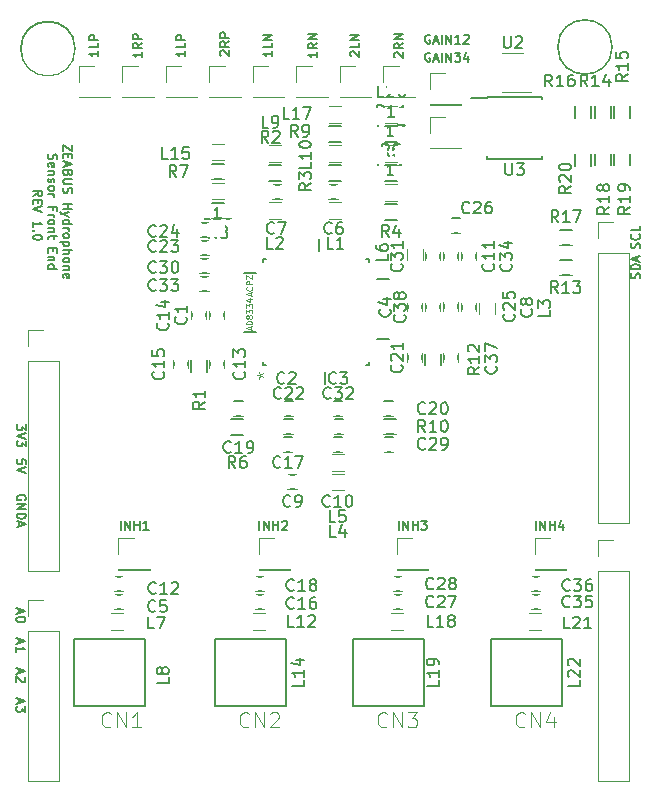
<source format=gto>
G04 #@! TF.FileFunction,Legend,Top*
%FSLAX46Y46*%
G04 Gerber Fmt 4.6, Leading zero omitted, Abs format (unit mm)*
G04 Created by KiCad (PCBNEW 4.0.7) date 04/28/18 13:58:35*
%MOMM*%
%LPD*%
G01*
G04 APERTURE LIST*
%ADD10C,0.100000*%
%ADD11C,0.127000*%
%ADD12C,0.150000*%
%ADD13C,0.120000*%
%ADD14C,0.152400*%
%ADD15C,0.101600*%
%ADD16C,0.076200*%
%ADD17C,1.906220*%
%ADD18C,4.464000*%
%ADD19R,2.100000X2.100000*%
%ADD20O,2.100000X2.100000*%
%ADD21R,2.200000X5.400000*%
%ADD22R,0.704800X1.212800*%
%ADD23R,1.212800X0.704800*%
%ADD24R,7.893000X7.893000*%
%ADD25R,1.460000X1.050000*%
%ADD26R,1.850000X0.850000*%
%ADD27R,1.150000X1.600000*%
%ADD28R,1.600000X1.150000*%
%ADD29R,1.600000X1.300000*%
%ADD30R,1.300000X1.600000*%
G04 APERTURE END LIST*
D10*
D11*
X131989286Y-87121999D02*
X131989286Y-87629999D01*
X131227286Y-87121999D01*
X131227286Y-87629999D01*
X131626429Y-87920285D02*
X131626429Y-88174285D01*
X131227286Y-88283142D02*
X131227286Y-87920285D01*
X131989286Y-87920285D01*
X131989286Y-88283142D01*
X131445000Y-88573428D02*
X131445000Y-88936285D01*
X131227286Y-88500856D02*
X131989286Y-88754856D01*
X131227286Y-89008856D01*
X131626429Y-89516857D02*
X131590143Y-89625714D01*
X131553857Y-89661999D01*
X131481286Y-89698285D01*
X131372429Y-89698285D01*
X131299857Y-89661999D01*
X131263571Y-89625714D01*
X131227286Y-89553142D01*
X131227286Y-89262857D01*
X131989286Y-89262857D01*
X131989286Y-89516857D01*
X131953000Y-89589428D01*
X131916714Y-89625714D01*
X131844143Y-89661999D01*
X131771571Y-89661999D01*
X131699000Y-89625714D01*
X131662714Y-89589428D01*
X131626429Y-89516857D01*
X131626429Y-89262857D01*
X131989286Y-90024857D02*
X131372429Y-90024857D01*
X131299857Y-90061142D01*
X131263571Y-90097428D01*
X131227286Y-90169999D01*
X131227286Y-90315142D01*
X131263571Y-90387714D01*
X131299857Y-90423999D01*
X131372429Y-90460285D01*
X131989286Y-90460285D01*
X131263571Y-90786857D02*
X131227286Y-90895714D01*
X131227286Y-91077143D01*
X131263571Y-91149714D01*
X131299857Y-91186000D01*
X131372429Y-91222285D01*
X131445000Y-91222285D01*
X131517571Y-91186000D01*
X131553857Y-91149714D01*
X131590143Y-91077143D01*
X131626429Y-90932000D01*
X131662714Y-90859428D01*
X131699000Y-90823143D01*
X131771571Y-90786857D01*
X131844143Y-90786857D01*
X131916714Y-90823143D01*
X131953000Y-90859428D01*
X131989286Y-90932000D01*
X131989286Y-91113428D01*
X131953000Y-91222285D01*
X131227286Y-92129428D02*
X131989286Y-92129428D01*
X131626429Y-92129428D02*
X131626429Y-92564856D01*
X131227286Y-92564856D02*
X131989286Y-92564856D01*
X131735286Y-92855142D02*
X131227286Y-93036571D01*
X131735286Y-93217999D02*
X131227286Y-93036571D01*
X131045857Y-92963999D01*
X131009571Y-92927714D01*
X130973286Y-92855142D01*
X131227286Y-93834856D02*
X131989286Y-93834856D01*
X131263571Y-93834856D02*
X131227286Y-93762285D01*
X131227286Y-93617142D01*
X131263571Y-93544570D01*
X131299857Y-93508285D01*
X131372429Y-93471999D01*
X131590143Y-93471999D01*
X131662714Y-93508285D01*
X131699000Y-93544570D01*
X131735286Y-93617142D01*
X131735286Y-93762285D01*
X131699000Y-93834856D01*
X131227286Y-94197714D02*
X131735286Y-94197714D01*
X131590143Y-94197714D02*
X131662714Y-94233999D01*
X131699000Y-94270285D01*
X131735286Y-94342856D01*
X131735286Y-94415428D01*
X131227286Y-94778285D02*
X131263571Y-94705713D01*
X131299857Y-94669428D01*
X131372429Y-94633142D01*
X131590143Y-94633142D01*
X131662714Y-94669428D01*
X131699000Y-94705713D01*
X131735286Y-94778285D01*
X131735286Y-94887142D01*
X131699000Y-94959713D01*
X131662714Y-94995999D01*
X131590143Y-95032285D01*
X131372429Y-95032285D01*
X131299857Y-94995999D01*
X131263571Y-94959713D01*
X131227286Y-94887142D01*
X131227286Y-94778285D01*
X131735286Y-95358857D02*
X130973286Y-95358857D01*
X131699000Y-95358857D02*
X131735286Y-95431428D01*
X131735286Y-95576571D01*
X131699000Y-95649142D01*
X131662714Y-95685428D01*
X131590143Y-95721714D01*
X131372429Y-95721714D01*
X131299857Y-95685428D01*
X131263571Y-95649142D01*
X131227286Y-95576571D01*
X131227286Y-95431428D01*
X131263571Y-95358857D01*
X131227286Y-96048286D02*
X131989286Y-96048286D01*
X131227286Y-96374857D02*
X131626429Y-96374857D01*
X131699000Y-96338571D01*
X131735286Y-96266000D01*
X131735286Y-96157143D01*
X131699000Y-96084571D01*
X131662714Y-96048286D01*
X131227286Y-96846572D02*
X131263571Y-96774000D01*
X131299857Y-96737715D01*
X131372429Y-96701429D01*
X131590143Y-96701429D01*
X131662714Y-96737715D01*
X131699000Y-96774000D01*
X131735286Y-96846572D01*
X131735286Y-96955429D01*
X131699000Y-97028000D01*
X131662714Y-97064286D01*
X131590143Y-97100572D01*
X131372429Y-97100572D01*
X131299857Y-97064286D01*
X131263571Y-97028000D01*
X131227286Y-96955429D01*
X131227286Y-96846572D01*
X131735286Y-97427144D02*
X131227286Y-97427144D01*
X131662714Y-97427144D02*
X131699000Y-97463429D01*
X131735286Y-97536001D01*
X131735286Y-97644858D01*
X131699000Y-97717429D01*
X131626429Y-97753715D01*
X131227286Y-97753715D01*
X131263571Y-98406858D02*
X131227286Y-98334287D01*
X131227286Y-98189144D01*
X131263571Y-98116573D01*
X131336143Y-98080287D01*
X131626429Y-98080287D01*
X131699000Y-98116573D01*
X131735286Y-98189144D01*
X131735286Y-98334287D01*
X131699000Y-98406858D01*
X131626429Y-98443144D01*
X131553857Y-98443144D01*
X131481286Y-98080287D01*
X129993571Y-87938428D02*
X129957286Y-88047285D01*
X129957286Y-88228714D01*
X129993571Y-88301285D01*
X130029857Y-88337571D01*
X130102429Y-88373856D01*
X130175000Y-88373856D01*
X130247571Y-88337571D01*
X130283857Y-88301285D01*
X130320143Y-88228714D01*
X130356429Y-88083571D01*
X130392714Y-88010999D01*
X130429000Y-87974714D01*
X130501571Y-87938428D01*
X130574143Y-87938428D01*
X130646714Y-87974714D01*
X130683000Y-88010999D01*
X130719286Y-88083571D01*
X130719286Y-88264999D01*
X130683000Y-88373856D01*
X129993571Y-88990713D02*
X129957286Y-88918142D01*
X129957286Y-88772999D01*
X129993571Y-88700428D01*
X130066143Y-88664142D01*
X130356429Y-88664142D01*
X130429000Y-88700428D01*
X130465286Y-88772999D01*
X130465286Y-88918142D01*
X130429000Y-88990713D01*
X130356429Y-89026999D01*
X130283857Y-89026999D01*
X130211286Y-88664142D01*
X130465286Y-89353571D02*
X129957286Y-89353571D01*
X130392714Y-89353571D02*
X130429000Y-89389856D01*
X130465286Y-89462428D01*
X130465286Y-89571285D01*
X130429000Y-89643856D01*
X130356429Y-89680142D01*
X129957286Y-89680142D01*
X129993571Y-90006714D02*
X129957286Y-90079285D01*
X129957286Y-90224428D01*
X129993571Y-90297000D01*
X130066143Y-90333285D01*
X130102429Y-90333285D01*
X130175000Y-90297000D01*
X130211286Y-90224428D01*
X130211286Y-90115571D01*
X130247571Y-90043000D01*
X130320143Y-90006714D01*
X130356429Y-90006714D01*
X130429000Y-90043000D01*
X130465286Y-90115571D01*
X130465286Y-90224428D01*
X130429000Y-90297000D01*
X129957286Y-90768714D02*
X129993571Y-90696142D01*
X130029857Y-90659857D01*
X130102429Y-90623571D01*
X130320143Y-90623571D01*
X130392714Y-90659857D01*
X130429000Y-90696142D01*
X130465286Y-90768714D01*
X130465286Y-90877571D01*
X130429000Y-90950142D01*
X130392714Y-90986428D01*
X130320143Y-91022714D01*
X130102429Y-91022714D01*
X130029857Y-90986428D01*
X129993571Y-90950142D01*
X129957286Y-90877571D01*
X129957286Y-90768714D01*
X129957286Y-91349286D02*
X130465286Y-91349286D01*
X130320143Y-91349286D02*
X130392714Y-91385571D01*
X130429000Y-91421857D01*
X130465286Y-91494428D01*
X130465286Y-91567000D01*
X130356429Y-92655571D02*
X130356429Y-92401571D01*
X129957286Y-92401571D02*
X130719286Y-92401571D01*
X130719286Y-92764428D01*
X129957286Y-93054714D02*
X130465286Y-93054714D01*
X130320143Y-93054714D02*
X130392714Y-93090999D01*
X130429000Y-93127285D01*
X130465286Y-93199856D01*
X130465286Y-93272428D01*
X129957286Y-93635285D02*
X129993571Y-93562713D01*
X130029857Y-93526428D01*
X130102429Y-93490142D01*
X130320143Y-93490142D01*
X130392714Y-93526428D01*
X130429000Y-93562713D01*
X130465286Y-93635285D01*
X130465286Y-93744142D01*
X130429000Y-93816713D01*
X130392714Y-93852999D01*
X130320143Y-93889285D01*
X130102429Y-93889285D01*
X130029857Y-93852999D01*
X129993571Y-93816713D01*
X129957286Y-93744142D01*
X129957286Y-93635285D01*
X130465286Y-94215857D02*
X129957286Y-94215857D01*
X130392714Y-94215857D02*
X130429000Y-94252142D01*
X130465286Y-94324714D01*
X130465286Y-94433571D01*
X130429000Y-94506142D01*
X130356429Y-94542428D01*
X129957286Y-94542428D01*
X130465286Y-94796428D02*
X130465286Y-95086714D01*
X130719286Y-94905286D02*
X130066143Y-94905286D01*
X129993571Y-94941571D01*
X129957286Y-95014143D01*
X129957286Y-95086714D01*
X130356429Y-95921286D02*
X130356429Y-96175286D01*
X129957286Y-96284143D02*
X129957286Y-95921286D01*
X130719286Y-95921286D01*
X130719286Y-96284143D01*
X130465286Y-96610715D02*
X129957286Y-96610715D01*
X130392714Y-96610715D02*
X130429000Y-96647000D01*
X130465286Y-96719572D01*
X130465286Y-96828429D01*
X130429000Y-96901000D01*
X130356429Y-96937286D01*
X129957286Y-96937286D01*
X129957286Y-97626715D02*
X130719286Y-97626715D01*
X129993571Y-97626715D02*
X129957286Y-97554144D01*
X129957286Y-97409001D01*
X129993571Y-97336429D01*
X130029857Y-97300144D01*
X130102429Y-97263858D01*
X130320143Y-97263858D01*
X130392714Y-97300144D01*
X130429000Y-97336429D01*
X130465286Y-97409001D01*
X130465286Y-97554144D01*
X130429000Y-97626715D01*
X128687286Y-91458143D02*
X129050143Y-91204143D01*
X128687286Y-91022715D02*
X129449286Y-91022715D01*
X129449286Y-91313000D01*
X129413000Y-91385572D01*
X129376714Y-91421857D01*
X129304143Y-91458143D01*
X129195286Y-91458143D01*
X129122714Y-91421857D01*
X129086429Y-91385572D01*
X129050143Y-91313000D01*
X129050143Y-91022715D01*
X129086429Y-91784715D02*
X129086429Y-92038715D01*
X128687286Y-92147572D02*
X128687286Y-91784715D01*
X129449286Y-91784715D01*
X129449286Y-92147572D01*
X129449286Y-92365286D02*
X128687286Y-92619286D01*
X129449286Y-92873286D01*
X128687286Y-94107000D02*
X128687286Y-93671572D01*
X128687286Y-93889286D02*
X129449286Y-93889286D01*
X129340429Y-93816715D01*
X129267857Y-93744143D01*
X129231571Y-93671572D01*
X128759857Y-94433572D02*
X128723571Y-94469857D01*
X128687286Y-94433572D01*
X128723571Y-94397286D01*
X128759857Y-94433572D01*
X128687286Y-94433572D01*
X129449286Y-94941571D02*
X129449286Y-95014143D01*
X129413000Y-95086714D01*
X129376714Y-95123000D01*
X129304143Y-95159286D01*
X129159000Y-95195571D01*
X128977571Y-95195571D01*
X128832429Y-95159286D01*
X128759857Y-95123000D01*
X128723571Y-95086714D01*
X128687286Y-95014143D01*
X128687286Y-94941571D01*
X128723571Y-94869000D01*
X128759857Y-94832714D01*
X128832429Y-94796429D01*
X128977571Y-94760143D01*
X129159000Y-94760143D01*
X129304143Y-94796429D01*
X129376714Y-94832714D01*
X129413000Y-94869000D01*
X129449286Y-94941571D01*
X141568714Y-79211714D02*
X141568714Y-79647142D01*
X141568714Y-79429428D02*
X140806714Y-79429428D01*
X140915571Y-79501999D01*
X140988143Y-79574571D01*
X141024429Y-79647142D01*
X141568714Y-78522285D02*
X141568714Y-78885142D01*
X140806714Y-78885142D01*
X141568714Y-78268285D02*
X140806714Y-78268285D01*
X140806714Y-77978000D01*
X140843000Y-77905428D01*
X140879286Y-77869143D01*
X140951857Y-77832857D01*
X141060714Y-77832857D01*
X141133286Y-77869143D01*
X141169571Y-77905428D01*
X141205857Y-77978000D01*
X141205857Y-78268285D01*
X162269714Y-79375000D02*
X162197143Y-79338714D01*
X162088286Y-79338714D01*
X161979429Y-79375000D01*
X161906857Y-79447571D01*
X161870572Y-79520143D01*
X161834286Y-79665286D01*
X161834286Y-79774143D01*
X161870572Y-79919286D01*
X161906857Y-79991857D01*
X161979429Y-80064429D01*
X162088286Y-80100714D01*
X162160857Y-80100714D01*
X162269714Y-80064429D01*
X162306000Y-80028143D01*
X162306000Y-79774143D01*
X162160857Y-79774143D01*
X162596286Y-79883000D02*
X162959143Y-79883000D01*
X162523714Y-80100714D02*
X162777714Y-79338714D01*
X163031714Y-80100714D01*
X163285715Y-80100714D02*
X163285715Y-79338714D01*
X163648572Y-80100714D02*
X163648572Y-79338714D01*
X164084000Y-80100714D01*
X164084000Y-79338714D01*
X164374286Y-79338714D02*
X164846000Y-79338714D01*
X164592000Y-79629000D01*
X164700858Y-79629000D01*
X164773429Y-79665286D01*
X164809715Y-79701571D01*
X164846000Y-79774143D01*
X164846000Y-79955571D01*
X164809715Y-80028143D01*
X164773429Y-80064429D01*
X164700858Y-80100714D01*
X164483143Y-80100714D01*
X164410572Y-80064429D01*
X164374286Y-80028143D01*
X165499143Y-79592714D02*
X165499143Y-80100714D01*
X165317714Y-79302429D02*
X165136286Y-79846714D01*
X165608000Y-79846714D01*
X162269714Y-77851000D02*
X162197143Y-77814714D01*
X162088286Y-77814714D01*
X161979429Y-77851000D01*
X161906857Y-77923571D01*
X161870572Y-77996143D01*
X161834286Y-78141286D01*
X161834286Y-78250143D01*
X161870572Y-78395286D01*
X161906857Y-78467857D01*
X161979429Y-78540429D01*
X162088286Y-78576714D01*
X162160857Y-78576714D01*
X162269714Y-78540429D01*
X162306000Y-78504143D01*
X162306000Y-78250143D01*
X162160857Y-78250143D01*
X162596286Y-78359000D02*
X162959143Y-78359000D01*
X162523714Y-78576714D02*
X162777714Y-77814714D01*
X163031714Y-78576714D01*
X163285715Y-78576714D02*
X163285715Y-77814714D01*
X163648572Y-78576714D02*
X163648572Y-77814714D01*
X164084000Y-78576714D01*
X164084000Y-77814714D01*
X164846000Y-78576714D02*
X164410572Y-78576714D01*
X164628286Y-78576714D02*
X164628286Y-77814714D01*
X164555715Y-77923571D01*
X164483143Y-77996143D01*
X164410572Y-78032429D01*
X165136286Y-77887286D02*
X165172572Y-77851000D01*
X165245143Y-77814714D01*
X165426572Y-77814714D01*
X165499143Y-77851000D01*
X165535429Y-77887286D01*
X165571714Y-77959857D01*
X165571714Y-78032429D01*
X165535429Y-78141286D01*
X165100000Y-78576714D01*
X165571714Y-78576714D01*
X159294286Y-79737857D02*
X159258000Y-79701571D01*
X159221714Y-79629000D01*
X159221714Y-79447571D01*
X159258000Y-79375000D01*
X159294286Y-79338714D01*
X159366857Y-79302429D01*
X159439429Y-79302429D01*
X159548286Y-79338714D01*
X159983714Y-79774143D01*
X159983714Y-79302429D01*
X159983714Y-78540429D02*
X159620857Y-78794429D01*
X159983714Y-78975857D02*
X159221714Y-78975857D01*
X159221714Y-78685572D01*
X159258000Y-78613000D01*
X159294286Y-78576715D01*
X159366857Y-78540429D01*
X159475714Y-78540429D01*
X159548286Y-78576715D01*
X159584571Y-78613000D01*
X159620857Y-78685572D01*
X159620857Y-78975857D01*
X159983714Y-78213857D02*
X159221714Y-78213857D01*
X159983714Y-77778429D01*
X159221714Y-77778429D01*
X144562286Y-79592714D02*
X144526000Y-79556428D01*
X144489714Y-79483857D01*
X144489714Y-79302428D01*
X144526000Y-79229857D01*
X144562286Y-79193571D01*
X144634857Y-79157286D01*
X144707429Y-79157286D01*
X144816286Y-79193571D01*
X145251714Y-79629000D01*
X145251714Y-79157286D01*
X145251714Y-78395286D02*
X144888857Y-78649286D01*
X145251714Y-78830714D02*
X144489714Y-78830714D01*
X144489714Y-78540429D01*
X144526000Y-78467857D01*
X144562286Y-78431572D01*
X144634857Y-78395286D01*
X144743714Y-78395286D01*
X144816286Y-78431572D01*
X144852571Y-78467857D01*
X144888857Y-78540429D01*
X144888857Y-78830714D01*
X145251714Y-78068714D02*
X144489714Y-78068714D01*
X144489714Y-77778429D01*
X144526000Y-77705857D01*
X144562286Y-77669572D01*
X144634857Y-77633286D01*
X144743714Y-77633286D01*
X144816286Y-77669572D01*
X144852571Y-77705857D01*
X144888857Y-77778429D01*
X144888857Y-78068714D01*
X155611286Y-79665285D02*
X155575000Y-79628999D01*
X155538714Y-79556428D01*
X155538714Y-79374999D01*
X155575000Y-79302428D01*
X155611286Y-79266142D01*
X155683857Y-79229857D01*
X155756429Y-79229857D01*
X155865286Y-79266142D01*
X156300714Y-79701571D01*
X156300714Y-79229857D01*
X156300714Y-78540428D02*
X156300714Y-78903285D01*
X155538714Y-78903285D01*
X156300714Y-78286428D02*
X155538714Y-78286428D01*
X156300714Y-77851000D01*
X155538714Y-77851000D01*
X137885714Y-79284286D02*
X137885714Y-79719714D01*
X137885714Y-79502000D02*
X137123714Y-79502000D01*
X137232571Y-79574571D01*
X137305143Y-79647143D01*
X137341429Y-79719714D01*
X137885714Y-78522286D02*
X137522857Y-78776286D01*
X137885714Y-78957714D02*
X137123714Y-78957714D01*
X137123714Y-78667429D01*
X137160000Y-78594857D01*
X137196286Y-78558572D01*
X137268857Y-78522286D01*
X137377714Y-78522286D01*
X137450286Y-78558572D01*
X137486571Y-78594857D01*
X137522857Y-78667429D01*
X137522857Y-78957714D01*
X137885714Y-78195714D02*
X137123714Y-78195714D01*
X137123714Y-77905429D01*
X137160000Y-77832857D01*
X137196286Y-77796572D01*
X137268857Y-77760286D01*
X137377714Y-77760286D01*
X137450286Y-77796572D01*
X137486571Y-77832857D01*
X137522857Y-77905429D01*
X137522857Y-78195714D01*
X134202714Y-79211714D02*
X134202714Y-79647142D01*
X134202714Y-79429428D02*
X133440714Y-79429428D01*
X133549571Y-79501999D01*
X133622143Y-79574571D01*
X133658429Y-79647142D01*
X134202714Y-78522285D02*
X134202714Y-78885142D01*
X133440714Y-78885142D01*
X134202714Y-78268285D02*
X133440714Y-78268285D01*
X133440714Y-77978000D01*
X133477000Y-77905428D01*
X133513286Y-77869143D01*
X133585857Y-77832857D01*
X133694714Y-77832857D01*
X133767286Y-77869143D01*
X133803571Y-77905428D01*
X133839857Y-77978000D01*
X133839857Y-78268285D01*
X148934714Y-79229857D02*
X148934714Y-79665285D01*
X148934714Y-79447571D02*
X148172714Y-79447571D01*
X148281571Y-79520142D01*
X148354143Y-79592714D01*
X148390429Y-79665285D01*
X148934714Y-78540428D02*
X148934714Y-78903285D01*
X148172714Y-78903285D01*
X148934714Y-78286428D02*
X148172714Y-78286428D01*
X148934714Y-77851000D01*
X148172714Y-77851000D01*
X152744714Y-79302429D02*
X152744714Y-79737857D01*
X152744714Y-79520143D02*
X151982714Y-79520143D01*
X152091571Y-79592714D01*
X152164143Y-79665286D01*
X152200429Y-79737857D01*
X152744714Y-78540429D02*
X152381857Y-78794429D01*
X152744714Y-78975857D02*
X151982714Y-78975857D01*
X151982714Y-78685572D01*
X152019000Y-78613000D01*
X152055286Y-78576715D01*
X152127857Y-78540429D01*
X152236714Y-78540429D01*
X152309286Y-78576715D01*
X152345571Y-78613000D01*
X152381857Y-78685572D01*
X152381857Y-78975857D01*
X152744714Y-78213857D02*
X151982714Y-78213857D01*
X152744714Y-77778429D01*
X151982714Y-77778429D01*
X180013429Y-98461285D02*
X180049714Y-98352428D01*
X180049714Y-98170999D01*
X180013429Y-98098428D01*
X179977143Y-98062142D01*
X179904571Y-98025857D01*
X179832000Y-98025857D01*
X179759429Y-98062142D01*
X179723143Y-98098428D01*
X179686857Y-98170999D01*
X179650571Y-98316142D01*
X179614286Y-98388714D01*
X179578000Y-98424999D01*
X179505429Y-98461285D01*
X179432857Y-98461285D01*
X179360286Y-98424999D01*
X179324000Y-98388714D01*
X179287714Y-98316142D01*
X179287714Y-98134714D01*
X179324000Y-98025857D01*
X180049714Y-97699285D02*
X179287714Y-97699285D01*
X179287714Y-97517857D01*
X179324000Y-97409000D01*
X179396571Y-97336428D01*
X179469143Y-97300143D01*
X179614286Y-97263857D01*
X179723143Y-97263857D01*
X179868286Y-97300143D01*
X179940857Y-97336428D01*
X180013429Y-97409000D01*
X180049714Y-97517857D01*
X180049714Y-97699285D01*
X179832000Y-96973571D02*
X179832000Y-96610714D01*
X180049714Y-97046143D02*
X179287714Y-96792143D01*
X180049714Y-96538143D01*
X180013429Y-95903142D02*
X180049714Y-95794285D01*
X180049714Y-95612856D01*
X180013429Y-95540285D01*
X179977143Y-95503999D01*
X179904571Y-95467714D01*
X179832000Y-95467714D01*
X179759429Y-95503999D01*
X179723143Y-95540285D01*
X179686857Y-95612856D01*
X179650571Y-95757999D01*
X179614286Y-95830571D01*
X179578000Y-95866856D01*
X179505429Y-95903142D01*
X179432857Y-95903142D01*
X179360286Y-95866856D01*
X179324000Y-95830571D01*
X179287714Y-95757999D01*
X179287714Y-95576571D01*
X179324000Y-95467714D01*
X179977143Y-94705714D02*
X180013429Y-94742000D01*
X180049714Y-94850857D01*
X180049714Y-94923428D01*
X180013429Y-95032285D01*
X179940857Y-95104857D01*
X179868286Y-95141142D01*
X179723143Y-95177428D01*
X179614286Y-95177428D01*
X179469143Y-95141142D01*
X179396571Y-95104857D01*
X179324000Y-95032285D01*
X179287714Y-94923428D01*
X179287714Y-94850857D01*
X179324000Y-94742000D01*
X179360286Y-94705714D01*
X180049714Y-94016285D02*
X180049714Y-94379142D01*
X179287714Y-94379142D01*
X127473000Y-134055715D02*
X127473000Y-134418572D01*
X127255286Y-133983143D02*
X128017286Y-134237143D01*
X127255286Y-134491143D01*
X128017286Y-134672572D02*
X128017286Y-135144286D01*
X127727000Y-134890286D01*
X127727000Y-134999144D01*
X127690714Y-135071715D01*
X127654429Y-135108001D01*
X127581857Y-135144286D01*
X127400429Y-135144286D01*
X127327857Y-135108001D01*
X127291571Y-135071715D01*
X127255286Y-134999144D01*
X127255286Y-134781429D01*
X127291571Y-134708858D01*
X127327857Y-134672572D01*
X127473000Y-131535715D02*
X127473000Y-131898572D01*
X127255286Y-131463143D02*
X128017286Y-131717143D01*
X127255286Y-131971143D01*
X127944714Y-132188858D02*
X127981000Y-132225144D01*
X128017286Y-132297715D01*
X128017286Y-132479144D01*
X127981000Y-132551715D01*
X127944714Y-132588001D01*
X127872143Y-132624286D01*
X127799571Y-132624286D01*
X127690714Y-132588001D01*
X127255286Y-132152572D01*
X127255286Y-132624286D01*
X127473000Y-128995715D02*
X127473000Y-129358572D01*
X127255286Y-128923143D02*
X128017286Y-129177143D01*
X127255286Y-129431143D01*
X127255286Y-130084286D02*
X127255286Y-129648858D01*
X127255286Y-129866572D02*
X128017286Y-129866572D01*
X127908429Y-129794001D01*
X127835857Y-129721429D01*
X127799571Y-129648858D01*
X127473000Y-126455715D02*
X127473000Y-126818572D01*
X127255286Y-126383143D02*
X128017286Y-126637143D01*
X127255286Y-126891143D01*
X128017286Y-127290286D02*
X128017286Y-127362858D01*
X127981000Y-127435429D01*
X127944714Y-127471715D01*
X127872143Y-127508001D01*
X127727000Y-127544286D01*
X127545571Y-127544286D01*
X127400429Y-127508001D01*
X127327857Y-127471715D01*
X127291571Y-127435429D01*
X127255286Y-127362858D01*
X127255286Y-127290286D01*
X127291571Y-127217715D01*
X127327857Y-127181429D01*
X127400429Y-127145144D01*
X127545571Y-127108858D01*
X127727000Y-127108858D01*
X127872143Y-127145144D01*
X127944714Y-127181429D01*
X127981000Y-127217715D01*
X128017286Y-127290286D01*
X128016000Y-117202857D02*
X128052286Y-117130286D01*
X128052286Y-117021429D01*
X128016000Y-116912572D01*
X127943429Y-116840000D01*
X127870857Y-116803715D01*
X127725714Y-116767429D01*
X127616857Y-116767429D01*
X127471714Y-116803715D01*
X127399143Y-116840000D01*
X127326571Y-116912572D01*
X127290286Y-117021429D01*
X127290286Y-117094000D01*
X127326571Y-117202857D01*
X127362857Y-117239143D01*
X127616857Y-117239143D01*
X127616857Y-117094000D01*
X127290286Y-117565715D02*
X128052286Y-117565715D01*
X127290286Y-118001143D01*
X128052286Y-118001143D01*
X127290286Y-118364001D02*
X128052286Y-118364001D01*
X128052286Y-118545429D01*
X128016000Y-118654286D01*
X127943429Y-118726858D01*
X127870857Y-118763143D01*
X127725714Y-118799429D01*
X127616857Y-118799429D01*
X127471714Y-118763143D01*
X127399143Y-118726858D01*
X127326571Y-118654286D01*
X127290286Y-118545429D01*
X127290286Y-118364001D01*
X127508000Y-119089715D02*
X127508000Y-119452572D01*
X127290286Y-119017143D02*
X128052286Y-119271143D01*
X127290286Y-119525143D01*
X128052286Y-114154858D02*
X128052286Y-113792001D01*
X127689429Y-113755715D01*
X127725714Y-113792001D01*
X127762000Y-113864572D01*
X127762000Y-114046001D01*
X127725714Y-114118572D01*
X127689429Y-114154858D01*
X127616857Y-114191143D01*
X127435429Y-114191143D01*
X127362857Y-114154858D01*
X127326571Y-114118572D01*
X127290286Y-114046001D01*
X127290286Y-113864572D01*
X127326571Y-113792001D01*
X127362857Y-113755715D01*
X128052286Y-114408857D02*
X127290286Y-114662857D01*
X128052286Y-114916857D01*
X128052286Y-110816572D02*
X128052286Y-111288286D01*
X127762000Y-111034286D01*
X127762000Y-111143144D01*
X127725714Y-111215715D01*
X127689429Y-111252001D01*
X127616857Y-111288286D01*
X127435429Y-111288286D01*
X127362857Y-111252001D01*
X127326571Y-111215715D01*
X127290286Y-111143144D01*
X127290286Y-110925429D01*
X127326571Y-110852858D01*
X127362857Y-110816572D01*
X128052286Y-111506000D02*
X127290286Y-111760000D01*
X128052286Y-112014000D01*
X128052286Y-112195429D02*
X128052286Y-112667143D01*
X127762000Y-112413143D01*
X127762000Y-112522001D01*
X127725714Y-112594572D01*
X127689429Y-112630858D01*
X127616857Y-112667143D01*
X127435429Y-112667143D01*
X127362857Y-112630858D01*
X127326571Y-112594572D01*
X127290286Y-112522001D01*
X127290286Y-112304286D01*
X127326571Y-112231715D01*
X127362857Y-112195429D01*
X171238858Y-119744714D02*
X171238858Y-118982714D01*
X171601715Y-119744714D02*
X171601715Y-118982714D01*
X172037143Y-119744714D01*
X172037143Y-118982714D01*
X172400001Y-119744714D02*
X172400001Y-118982714D01*
X172400001Y-119345571D02*
X172835429Y-119345571D01*
X172835429Y-119744714D02*
X172835429Y-118982714D01*
X173524858Y-119236714D02*
X173524858Y-119744714D01*
X173343429Y-118946429D02*
X173162001Y-119490714D01*
X173633715Y-119490714D01*
X159638858Y-119744714D02*
X159638858Y-118982714D01*
X160001715Y-119744714D02*
X160001715Y-118982714D01*
X160437143Y-119744714D01*
X160437143Y-118982714D01*
X160800001Y-119744714D02*
X160800001Y-118982714D01*
X160800001Y-119345571D02*
X161235429Y-119345571D01*
X161235429Y-119744714D02*
X161235429Y-118982714D01*
X161525715Y-118982714D02*
X161997429Y-118982714D01*
X161743429Y-119273000D01*
X161852287Y-119273000D01*
X161924858Y-119309286D01*
X161961144Y-119345571D01*
X161997429Y-119418143D01*
X161997429Y-119599571D01*
X161961144Y-119672143D01*
X161924858Y-119708429D01*
X161852287Y-119744714D01*
X161634572Y-119744714D01*
X161562001Y-119708429D01*
X161525715Y-119672143D01*
X147838858Y-119744714D02*
X147838858Y-118982714D01*
X148201715Y-119744714D02*
X148201715Y-118982714D01*
X148637143Y-119744714D01*
X148637143Y-118982714D01*
X149000001Y-119744714D02*
X149000001Y-118982714D01*
X149000001Y-119345571D02*
X149435429Y-119345571D01*
X149435429Y-119744714D02*
X149435429Y-118982714D01*
X149762001Y-119055286D02*
X149798287Y-119019000D01*
X149870858Y-118982714D01*
X150052287Y-118982714D01*
X150124858Y-119019000D01*
X150161144Y-119055286D01*
X150197429Y-119127857D01*
X150197429Y-119200429D01*
X150161144Y-119309286D01*
X149725715Y-119744714D01*
X150197429Y-119744714D01*
X136088858Y-119744714D02*
X136088858Y-118982714D01*
X136451715Y-119744714D02*
X136451715Y-118982714D01*
X136887143Y-119744714D01*
X136887143Y-118982714D01*
X137250001Y-119744714D02*
X137250001Y-118982714D01*
X137250001Y-119345571D02*
X137685429Y-119345571D01*
X137685429Y-119744714D02*
X137685429Y-118982714D01*
X138447429Y-119744714D02*
X138012001Y-119744714D01*
X138229715Y-119744714D02*
X138229715Y-118982714D01*
X138157144Y-119091571D01*
X138084572Y-119164143D01*
X138012001Y-119200429D01*
D12*
X177673000Y-78867000D02*
G75*
G03X177673000Y-78867000I-2286000J0D01*
G01*
D13*
X176470000Y-119186000D02*
X179130000Y-119186000D01*
X176470000Y-96266000D02*
X176470000Y-119186000D01*
X179130000Y-96266000D02*
X179130000Y-119186000D01*
X176470000Y-96266000D02*
X179130000Y-96266000D01*
X176470000Y-94996000D02*
X176470000Y-93666000D01*
X176470000Y-93666000D02*
X177800000Y-93666000D01*
X128210000Y-123250000D02*
X130870000Y-123250000D01*
X128210000Y-105410000D02*
X128210000Y-123250000D01*
X130870000Y-105410000D02*
X130870000Y-123250000D01*
X128210000Y-105410000D02*
X130870000Y-105410000D01*
X128210000Y-104140000D02*
X128210000Y-102810000D01*
X128210000Y-102810000D02*
X129540000Y-102810000D01*
X176470000Y-141030000D02*
X179130000Y-141030000D01*
X176470000Y-123190000D02*
X176470000Y-141030000D01*
X179130000Y-123190000D02*
X179130000Y-141030000D01*
X176470000Y-123190000D02*
X179130000Y-123190000D01*
X176470000Y-121920000D02*
X176470000Y-120590000D01*
X176470000Y-120590000D02*
X177800000Y-120590000D01*
X128210000Y-141030000D02*
X130870000Y-141030000D01*
X128210000Y-128270000D02*
X128210000Y-141030000D01*
X130870000Y-128270000D02*
X130870000Y-141030000D01*
X128210000Y-128270000D02*
X130870000Y-128270000D01*
X128210000Y-127000000D02*
X128210000Y-125670000D01*
X128210000Y-125670000D02*
X129540000Y-125670000D01*
D12*
X138128000Y-134626000D02*
X132128000Y-134626000D01*
X138128000Y-129026000D02*
X138128000Y-134626000D01*
X132128000Y-129026000D02*
X138128000Y-129026000D01*
X132128000Y-134626000D02*
X132128000Y-129026000D01*
X150066000Y-134626000D02*
X144066000Y-134626000D01*
X150066000Y-129026000D02*
X150066000Y-134626000D01*
X144066000Y-129026000D02*
X150066000Y-129026000D01*
X144066000Y-134626000D02*
X144066000Y-129026000D01*
X161750000Y-134626000D02*
X155750000Y-134626000D01*
X161750000Y-129026000D02*
X161750000Y-134626000D01*
X155750000Y-129026000D02*
X161750000Y-129026000D01*
X155750000Y-134626000D02*
X155750000Y-129026000D01*
X173434000Y-134626000D02*
X167434000Y-134626000D01*
X173434000Y-129026000D02*
X173434000Y-134626000D01*
X167434000Y-129026000D02*
X173434000Y-129026000D01*
X167434000Y-134626000D02*
X167434000Y-129026000D01*
D14*
X146507200Y-97995740D02*
X147523200Y-97995740D01*
X146507200Y-103024940D02*
X147523200Y-103024940D01*
X157784800Y-103558340D02*
X158800800Y-103558340D01*
X157784800Y-98503740D02*
X158800800Y-98503740D01*
X153365200Y-106403140D02*
X153365200Y-107419140D01*
X152857200Y-95125540D02*
X152857200Y-96141540D01*
X148412200Y-96776540D02*
X148158200Y-96776540D01*
X157149800Y-97030540D02*
X157149800Y-96776540D01*
X148158200Y-105514140D02*
X148158200Y-105768140D01*
X157149800Y-105768140D02*
X157149800Y-105514140D01*
X157149800Y-96776540D02*
X156895800Y-96776540D01*
X148158200Y-96776540D02*
X148158200Y-97030540D01*
X148158200Y-105768140D02*
X148412200Y-105768140D01*
X156895800Y-105768140D02*
X157149800Y-105768140D01*
D13*
X170191000Y-79416000D02*
X168391000Y-79416000D01*
X168391000Y-82636000D02*
X170841000Y-82636000D01*
D12*
X167093000Y-83100000D02*
X167093000Y-83225000D01*
X171743000Y-83100000D02*
X171743000Y-83325000D01*
X171743000Y-88350000D02*
X171743000Y-88125000D01*
X167093000Y-88350000D02*
X167093000Y-88125000D01*
X167093000Y-83100000D02*
X171743000Y-83100000D01*
X167093000Y-88350000D02*
X171743000Y-88350000D01*
X167093000Y-83225000D02*
X165743000Y-83225000D01*
D13*
X135893500Y-123123000D02*
X138553500Y-123123000D01*
X135893500Y-123063000D02*
X135893500Y-123123000D01*
X138553500Y-123063000D02*
X138553500Y-123123000D01*
X135893500Y-123063000D02*
X138553500Y-123063000D01*
X135893500Y-121793000D02*
X135893500Y-120463000D01*
X135893500Y-120463000D02*
X137223500Y-120463000D01*
X147768000Y-123123000D02*
X150428000Y-123123000D01*
X147768000Y-123063000D02*
X147768000Y-123123000D01*
X150428000Y-123063000D02*
X150428000Y-123123000D01*
X147768000Y-123063000D02*
X150428000Y-123063000D01*
X147768000Y-121793000D02*
X147768000Y-120463000D01*
X147768000Y-120463000D02*
X149098000Y-120463000D01*
X159452000Y-123123000D02*
X162112000Y-123123000D01*
X159452000Y-123063000D02*
X159452000Y-123123000D01*
X162112000Y-123063000D02*
X162112000Y-123123000D01*
X159452000Y-123063000D02*
X162112000Y-123063000D01*
X159452000Y-121793000D02*
X159452000Y-120463000D01*
X159452000Y-120463000D02*
X160782000Y-120463000D01*
X162246000Y-83753000D02*
X164906000Y-83753000D01*
X162246000Y-83693000D02*
X162246000Y-83753000D01*
X164906000Y-83693000D02*
X164906000Y-83753000D01*
X162246000Y-83693000D02*
X164906000Y-83693000D01*
X162246000Y-82423000D02*
X162246000Y-81093000D01*
X162246000Y-81093000D02*
X163576000Y-81093000D01*
X162246000Y-87436000D02*
X164906000Y-87436000D01*
X162246000Y-87376000D02*
X162246000Y-87436000D01*
X164906000Y-87376000D02*
X164906000Y-87436000D01*
X162246000Y-87376000D02*
X164906000Y-87376000D01*
X162246000Y-86106000D02*
X162246000Y-84776000D01*
X162246000Y-84776000D02*
X163576000Y-84776000D01*
X171136000Y-123123000D02*
X173796000Y-123123000D01*
X171136000Y-123063000D02*
X171136000Y-123123000D01*
X173796000Y-123063000D02*
X173796000Y-123123000D01*
X171136000Y-123063000D02*
X173796000Y-123063000D01*
X171136000Y-121793000D02*
X171136000Y-120463000D01*
X171136000Y-120463000D02*
X172466000Y-120463000D01*
X132528000Y-83118000D02*
X135188000Y-83118000D01*
X132528000Y-83058000D02*
X132528000Y-83118000D01*
X135188000Y-83058000D02*
X135188000Y-83118000D01*
X132528000Y-83058000D02*
X135188000Y-83058000D01*
X132528000Y-81788000D02*
X132528000Y-80458000D01*
X132528000Y-80458000D02*
X133858000Y-80458000D01*
X139894000Y-83118000D02*
X142554000Y-83118000D01*
X139894000Y-83058000D02*
X139894000Y-83118000D01*
X142554000Y-83058000D02*
X142554000Y-83118000D01*
X139894000Y-83058000D02*
X142554000Y-83058000D01*
X139894000Y-81788000D02*
X139894000Y-80458000D01*
X139894000Y-80458000D02*
X141224000Y-80458000D01*
X147260000Y-83118000D02*
X149920000Y-83118000D01*
X147260000Y-83058000D02*
X147260000Y-83118000D01*
X149920000Y-83058000D02*
X149920000Y-83118000D01*
X147260000Y-83058000D02*
X149920000Y-83058000D01*
X147260000Y-81788000D02*
X147260000Y-80458000D01*
X147260000Y-80458000D02*
X148590000Y-80458000D01*
X154626000Y-83118000D02*
X157286000Y-83118000D01*
X154626000Y-83058000D02*
X154626000Y-83118000D01*
X157286000Y-83058000D02*
X157286000Y-83118000D01*
X154626000Y-83058000D02*
X157286000Y-83058000D01*
X154626000Y-81788000D02*
X154626000Y-80458000D01*
X154626000Y-80458000D02*
X155956000Y-80458000D01*
X136211000Y-83118000D02*
X138871000Y-83118000D01*
X136211000Y-83058000D02*
X136211000Y-83118000D01*
X138871000Y-83058000D02*
X138871000Y-83118000D01*
X136211000Y-83058000D02*
X138871000Y-83058000D01*
X136211000Y-81788000D02*
X136211000Y-80458000D01*
X136211000Y-80458000D02*
X137541000Y-80458000D01*
X143577000Y-83118000D02*
X146237000Y-83118000D01*
X143577000Y-83058000D02*
X143577000Y-83118000D01*
X146237000Y-83058000D02*
X146237000Y-83118000D01*
X143577000Y-83058000D02*
X146237000Y-83058000D01*
X143577000Y-81788000D02*
X143577000Y-80458000D01*
X143577000Y-80458000D02*
X144907000Y-80458000D01*
X150943000Y-83118000D02*
X153603000Y-83118000D01*
X150943000Y-83058000D02*
X150943000Y-83118000D01*
X153603000Y-83058000D02*
X153603000Y-83118000D01*
X150943000Y-83058000D02*
X153603000Y-83058000D01*
X150943000Y-81788000D02*
X150943000Y-80458000D01*
X150943000Y-80458000D02*
X152273000Y-80458000D01*
X158309000Y-83118000D02*
X160969000Y-83118000D01*
X158309000Y-83058000D02*
X158309000Y-83118000D01*
X160969000Y-83058000D02*
X160969000Y-83118000D01*
X158309000Y-83058000D02*
X160969000Y-83058000D01*
X158309000Y-81788000D02*
X158309000Y-80458000D01*
X158309000Y-80458000D02*
X159639000Y-80458000D01*
D12*
X143672000Y-101889000D02*
X143672000Y-101189000D01*
X144872000Y-101189000D02*
X144872000Y-101889000D01*
X149957000Y-108874000D02*
X150657000Y-108874000D01*
X150657000Y-110074000D02*
X149957000Y-110074000D01*
X154848000Y-110074000D02*
X154148000Y-110074000D01*
X154148000Y-108874000D02*
X154848000Y-108874000D01*
X160436000Y-101249000D02*
X160436000Y-100549000D01*
X161636000Y-100549000D02*
X161636000Y-101249000D01*
X135601000Y-125257000D02*
X136301000Y-125257000D01*
X136301000Y-126457000D02*
X135601000Y-126457000D01*
X154462000Y-91722500D02*
X153762000Y-91722500D01*
X153762000Y-90522500D02*
X154462000Y-90522500D01*
X149704500Y-91722500D02*
X149004500Y-91722500D01*
X149004500Y-90522500D02*
X149704500Y-90522500D01*
X166208000Y-100554000D02*
X166208000Y-101254000D01*
X165008000Y-101254000D02*
X165008000Y-100554000D01*
X150972000Y-116297000D02*
X150272000Y-116297000D01*
X150272000Y-115097000D02*
X150972000Y-115097000D01*
X154148000Y-111922000D02*
X154848000Y-111922000D01*
X154848000Y-113122000D02*
X154148000Y-113122000D01*
X163484000Y-96936000D02*
X163484000Y-96236000D01*
X164684000Y-96236000D02*
X164684000Y-96936000D01*
X136306000Y-124933000D02*
X135606000Y-124933000D01*
X135606000Y-123733000D02*
X136306000Y-123733000D01*
X144872000Y-105375000D02*
X144872000Y-106075000D01*
X143672000Y-106075000D02*
X143672000Y-105375000D01*
X142148000Y-101889000D02*
X142148000Y-101189000D01*
X143348000Y-101189000D02*
X143348000Y-101889000D01*
X140624000Y-106075000D02*
X140624000Y-105375000D01*
X141824000Y-105375000D02*
X141824000Y-106075000D01*
X147539000Y-125257000D02*
X148239000Y-125257000D01*
X148239000Y-126457000D02*
X147539000Y-126457000D01*
X150591000Y-113122000D02*
X149891000Y-113122000D01*
X149891000Y-111922000D02*
X150591000Y-111922000D01*
X148239000Y-124933000D02*
X147539000Y-124933000D01*
X147539000Y-123733000D02*
X148239000Y-123733000D01*
X146400000Y-110074000D02*
X145700000Y-110074000D01*
X145700000Y-108874000D02*
X146400000Y-108874000D01*
X159100000Y-110074000D02*
X158400000Y-110074000D01*
X158400000Y-108874000D02*
X159100000Y-108874000D01*
X160436000Y-105506000D02*
X160436000Y-104806000D01*
X161636000Y-104806000D02*
X161636000Y-105506000D01*
X149952000Y-110398000D02*
X150652000Y-110398000D01*
X150652000Y-111598000D02*
X149952000Y-111598000D01*
X142845000Y-95285000D02*
X143545000Y-95285000D01*
X143545000Y-96485000D02*
X142845000Y-96485000D01*
X142845000Y-93761000D02*
X143545000Y-93761000D01*
X143545000Y-94961000D02*
X142845000Y-94961000D01*
X163484000Y-101188000D02*
X163484000Y-100488000D01*
X164684000Y-100488000D02*
X164684000Y-101188000D01*
X164815000Y-94580000D02*
X164115000Y-94580000D01*
X164115000Y-93380000D02*
X164815000Y-93380000D01*
X159223000Y-125257000D02*
X159923000Y-125257000D01*
X159923000Y-126457000D02*
X159223000Y-126457000D01*
X159923000Y-124933000D02*
X159223000Y-124933000D01*
X159223000Y-123733000D02*
X159923000Y-123733000D01*
X158461000Y-111922000D02*
X159161000Y-111922000D01*
X159161000Y-113122000D02*
X158461000Y-113122000D01*
X142840000Y-96809000D02*
X143540000Y-96809000D01*
X143540000Y-98009000D02*
X142840000Y-98009000D01*
X163160000Y-96236000D02*
X163160000Y-96936000D01*
X161960000Y-96936000D02*
X161960000Y-96236000D01*
X154909000Y-111598000D02*
X154209000Y-111598000D01*
X154209000Y-110398000D02*
X154909000Y-110398000D01*
X143540000Y-99533000D02*
X142840000Y-99533000D01*
X142840000Y-98333000D02*
X143540000Y-98333000D01*
X165008000Y-96936000D02*
X165008000Y-96236000D01*
X166208000Y-96236000D02*
X166208000Y-96936000D01*
X170907000Y-125257000D02*
X171607000Y-125257000D01*
X171607000Y-126457000D02*
X170907000Y-126457000D01*
X171607000Y-124933000D02*
X170907000Y-124933000D01*
X170907000Y-123733000D02*
X171607000Y-123733000D01*
X164684000Y-104803500D02*
X164684000Y-105503500D01*
X163484000Y-105503500D02*
X163484000Y-104803500D01*
X161960000Y-101249000D02*
X161960000Y-100549000D01*
X163160000Y-100549000D02*
X163160000Y-101249000D01*
D13*
X154762000Y-93390000D02*
X153762000Y-93390000D01*
X153762000Y-92030000D02*
X154762000Y-92030000D01*
X149641000Y-93390000D02*
X148641000Y-93390000D01*
X148641000Y-92030000D02*
X149641000Y-92030000D01*
X167812000Y-100508000D02*
X167812000Y-101508000D01*
X166452000Y-101508000D02*
X166452000Y-100508000D01*
X153975000Y-115017000D02*
X154975000Y-115017000D01*
X154975000Y-116377000D02*
X153975000Y-116377000D01*
X153975000Y-113366000D02*
X154975000Y-113366000D01*
X154975000Y-114726000D02*
X153975000Y-114726000D01*
X160356000Y-96936000D02*
X160356000Y-95936000D01*
X161716000Y-95936000D02*
X161716000Y-96936000D01*
X135306000Y-126828000D02*
X136306000Y-126828000D01*
X136306000Y-128188000D02*
X135306000Y-128188000D01*
X149682000Y-88564000D02*
X148682000Y-88564000D01*
X148682000Y-87204000D02*
X149682000Y-87204000D01*
X154762000Y-88564000D02*
X153762000Y-88564000D01*
X153762000Y-87204000D02*
X154762000Y-87204000D01*
X159461000Y-91866000D02*
X158461000Y-91866000D01*
X158461000Y-90506000D02*
X159461000Y-90506000D01*
X147285000Y-126828000D02*
X148285000Y-126828000D01*
X148285000Y-128188000D02*
X147285000Y-128188000D01*
X159461000Y-88564000D02*
X158461000Y-88564000D01*
X158461000Y-87204000D02*
X159461000Y-87204000D01*
X143815000Y-87077000D02*
X144815000Y-87077000D01*
X144815000Y-88437000D02*
X143815000Y-88437000D01*
X143815000Y-90379000D02*
X144815000Y-90379000D01*
X144815000Y-91739000D02*
X143815000Y-91739000D01*
X154721000Y-85262000D02*
X153721000Y-85262000D01*
X153721000Y-83902000D02*
X154721000Y-83902000D01*
X158969000Y-126828000D02*
X159969000Y-126828000D01*
X159969000Y-128188000D02*
X158969000Y-128188000D01*
X159504000Y-85262000D02*
X158504000Y-85262000D01*
X158504000Y-83902000D02*
X159504000Y-83902000D01*
X170653000Y-126828000D02*
X171653000Y-126828000D01*
X171653000Y-128188000D02*
X170653000Y-128188000D01*
D12*
X143423000Y-105375000D02*
X143423000Y-106375000D01*
X142073000Y-106375000D02*
X142073000Y-105375000D01*
X149682000Y-90210000D02*
X148682000Y-90210000D01*
X148682000Y-88860000D02*
X149682000Y-88860000D01*
X154762000Y-90210000D02*
X153762000Y-90210000D01*
X153762000Y-88860000D02*
X154762000Y-88860000D01*
X159461000Y-93512000D02*
X158461000Y-93512000D01*
X158461000Y-92162000D02*
X159461000Y-92162000D01*
X159461000Y-90210000D02*
X158461000Y-90210000D01*
X158461000Y-88860000D02*
X159461000Y-88860000D01*
X146466000Y-111736500D02*
X145466000Y-111736500D01*
X145466000Y-110386500D02*
X146466000Y-110386500D01*
X143815000Y-88733000D02*
X144815000Y-88733000D01*
X144815000Y-90083000D02*
X143815000Y-90083000D01*
X143815000Y-92035000D02*
X144815000Y-92035000D01*
X144815000Y-93385000D02*
X143815000Y-93385000D01*
X154721000Y-86908000D02*
X153721000Y-86908000D01*
X153721000Y-85558000D02*
X154721000Y-85558000D01*
X158377000Y-110323000D02*
X159377000Y-110323000D01*
X159377000Y-111673000D02*
X158377000Y-111673000D01*
X159483500Y-86908000D02*
X158483500Y-86908000D01*
X158483500Y-85558000D02*
X159483500Y-85558000D01*
X163235000Y-104826000D02*
X163235000Y-105826000D01*
X161885000Y-105826000D02*
X161885000Y-104826000D01*
X174279000Y-98211000D02*
X173279000Y-98211000D01*
X173279000Y-96861000D02*
X174279000Y-96861000D01*
X176236000Y-84871000D02*
X176236000Y-83871000D01*
X177586000Y-83871000D02*
X177586000Y-84871000D01*
X177887000Y-84871000D02*
X177887000Y-83871000D01*
X179237000Y-83871000D02*
X179237000Y-84871000D01*
X174585000Y-84871000D02*
X174585000Y-83871000D01*
X175935000Y-83871000D02*
X175935000Y-84871000D01*
X174279000Y-95671000D02*
X173279000Y-95671000D01*
X173279000Y-94321000D02*
X174279000Y-94321000D01*
X176236000Y-88892000D02*
X176236000Y-87892000D01*
X177586000Y-87892000D02*
X177586000Y-88892000D01*
X177887000Y-88892000D02*
X177887000Y-87892000D01*
X179237000Y-87892000D02*
X179237000Y-88892000D01*
X174585000Y-88912500D02*
X174585000Y-87912500D01*
X175935000Y-87912500D02*
X175935000Y-88912500D01*
X132207000Y-78994000D02*
G75*
G03X132207000Y-78994000I-2286000J0D01*
G01*
D15*
X158635095Y-136343571D02*
X158574619Y-136404048D01*
X158393190Y-136464524D01*
X158272238Y-136464524D01*
X158090810Y-136404048D01*
X157969857Y-136283095D01*
X157909381Y-136162143D01*
X157848905Y-135920238D01*
X157848905Y-135738810D01*
X157909381Y-135496905D01*
X157969857Y-135375952D01*
X158090810Y-135255000D01*
X158272238Y-135194524D01*
X158393190Y-135194524D01*
X158574619Y-135255000D01*
X158635095Y-135315476D01*
X159179381Y-136464524D02*
X159179381Y-135194524D01*
X159905095Y-136464524D01*
X159905095Y-135194524D01*
X160388905Y-135194524D02*
X161175095Y-135194524D01*
X160751762Y-135678333D01*
X160933190Y-135678333D01*
X161054143Y-135738810D01*
X161114619Y-135799286D01*
X161175095Y-135920238D01*
X161175095Y-136222619D01*
X161114619Y-136343571D01*
X161054143Y-136404048D01*
X160933190Y-136464524D01*
X160570333Y-136464524D01*
X160449381Y-136404048D01*
X160388905Y-136343571D01*
X135267095Y-136343571D02*
X135206619Y-136404048D01*
X135025190Y-136464524D01*
X134904238Y-136464524D01*
X134722810Y-136404048D01*
X134601857Y-136283095D01*
X134541381Y-136162143D01*
X134480905Y-135920238D01*
X134480905Y-135738810D01*
X134541381Y-135496905D01*
X134601857Y-135375952D01*
X134722810Y-135255000D01*
X134904238Y-135194524D01*
X135025190Y-135194524D01*
X135206619Y-135255000D01*
X135267095Y-135315476D01*
X135811381Y-136464524D02*
X135811381Y-135194524D01*
X136537095Y-136464524D01*
X136537095Y-135194524D01*
X137807095Y-136464524D02*
X137081381Y-136464524D01*
X137444238Y-136464524D02*
X137444238Y-135194524D01*
X137323286Y-135375952D01*
X137202333Y-135496905D01*
X137081381Y-135557381D01*
X146951095Y-136343571D02*
X146890619Y-136404048D01*
X146709190Y-136464524D01*
X146588238Y-136464524D01*
X146406810Y-136404048D01*
X146285857Y-136283095D01*
X146225381Y-136162143D01*
X146164905Y-135920238D01*
X146164905Y-135738810D01*
X146225381Y-135496905D01*
X146285857Y-135375952D01*
X146406810Y-135255000D01*
X146588238Y-135194524D01*
X146709190Y-135194524D01*
X146890619Y-135255000D01*
X146951095Y-135315476D01*
X147495381Y-136464524D02*
X147495381Y-135194524D01*
X148221095Y-136464524D01*
X148221095Y-135194524D01*
X148765381Y-135315476D02*
X148825857Y-135255000D01*
X148946809Y-135194524D01*
X149249190Y-135194524D01*
X149370143Y-135255000D01*
X149430619Y-135315476D01*
X149491095Y-135436429D01*
X149491095Y-135557381D01*
X149430619Y-135738810D01*
X148704905Y-136464524D01*
X149491095Y-136464524D01*
X170319095Y-136343571D02*
X170258619Y-136404048D01*
X170077190Y-136464524D01*
X169956238Y-136464524D01*
X169774810Y-136404048D01*
X169653857Y-136283095D01*
X169593381Y-136162143D01*
X169532905Y-135920238D01*
X169532905Y-135738810D01*
X169593381Y-135496905D01*
X169653857Y-135375952D01*
X169774810Y-135255000D01*
X169956238Y-135194524D01*
X170077190Y-135194524D01*
X170258619Y-135255000D01*
X170319095Y-135315476D01*
X170863381Y-136464524D02*
X170863381Y-135194524D01*
X171589095Y-136464524D01*
X171589095Y-135194524D01*
X172738143Y-135617857D02*
X172738143Y-136464524D01*
X172435762Y-135134048D02*
X172133381Y-136041190D01*
X172919571Y-136041190D01*
D12*
X140152381Y-132246666D02*
X140152381Y-132722857D01*
X139152381Y-132722857D01*
X139580952Y-131770476D02*
X139533333Y-131865714D01*
X139485714Y-131913333D01*
X139390476Y-131960952D01*
X139342857Y-131960952D01*
X139247619Y-131913333D01*
X139200000Y-131865714D01*
X139152381Y-131770476D01*
X139152381Y-131579999D01*
X139200000Y-131484761D01*
X139247619Y-131437142D01*
X139342857Y-131389523D01*
X139390476Y-131389523D01*
X139485714Y-131437142D01*
X139533333Y-131484761D01*
X139580952Y-131579999D01*
X139580952Y-131770476D01*
X139628571Y-131865714D01*
X139676190Y-131913333D01*
X139771429Y-131960952D01*
X139961905Y-131960952D01*
X140057143Y-131913333D01*
X140104762Y-131865714D01*
X140152381Y-131770476D01*
X140152381Y-131579999D01*
X140104762Y-131484761D01*
X140057143Y-131437142D01*
X139961905Y-131389523D01*
X139771429Y-131389523D01*
X139676190Y-131437142D01*
X139628571Y-131484761D01*
X139580952Y-131579999D01*
X151582381Y-132468857D02*
X151582381Y-132945048D01*
X150582381Y-132945048D01*
X151582381Y-131611714D02*
X151582381Y-132183143D01*
X151582381Y-131897429D02*
X150582381Y-131897429D01*
X150725238Y-131992667D01*
X150820476Y-132087905D01*
X150868095Y-132183143D01*
X150915714Y-130754571D02*
X151582381Y-130754571D01*
X150534762Y-130992667D02*
X151249048Y-131230762D01*
X151249048Y-130611714D01*
X163012381Y-132468857D02*
X163012381Y-132945048D01*
X162012381Y-132945048D01*
X163012381Y-131611714D02*
X163012381Y-132183143D01*
X163012381Y-131897429D02*
X162012381Y-131897429D01*
X162155238Y-131992667D01*
X162250476Y-132087905D01*
X162298095Y-132183143D01*
X163012381Y-131135524D02*
X163012381Y-130945048D01*
X162964762Y-130849809D01*
X162917143Y-130802190D01*
X162774286Y-130706952D01*
X162583810Y-130659333D01*
X162202857Y-130659333D01*
X162107619Y-130706952D01*
X162060000Y-130754571D01*
X162012381Y-130849809D01*
X162012381Y-131040286D01*
X162060000Y-131135524D01*
X162107619Y-131183143D01*
X162202857Y-131230762D01*
X162440952Y-131230762D01*
X162536190Y-131183143D01*
X162583810Y-131135524D01*
X162631429Y-131040286D01*
X162631429Y-130849809D01*
X162583810Y-130754571D01*
X162536190Y-130706952D01*
X162440952Y-130659333D01*
X174950381Y-132468857D02*
X174950381Y-132945048D01*
X173950381Y-132945048D01*
X174045619Y-132183143D02*
X173998000Y-132135524D01*
X173950381Y-132040286D01*
X173950381Y-131802190D01*
X173998000Y-131706952D01*
X174045619Y-131659333D01*
X174140857Y-131611714D01*
X174236095Y-131611714D01*
X174378952Y-131659333D01*
X174950381Y-132230762D01*
X174950381Y-131611714D01*
X174045619Y-131230762D02*
X173998000Y-131183143D01*
X173950381Y-131087905D01*
X173950381Y-130849809D01*
X173998000Y-130754571D01*
X174045619Y-130706952D01*
X174140857Y-130659333D01*
X174236095Y-130659333D01*
X174378952Y-130706952D01*
X174950381Y-131278381D01*
X174950381Y-130659333D01*
D15*
X147084667Y-102810192D02*
X147084667Y-102568287D01*
X147229810Y-102858573D02*
X146721810Y-102689240D01*
X147229810Y-102519906D01*
X147229810Y-102350573D02*
X146721810Y-102350573D01*
X146721810Y-102229620D01*
X146746000Y-102157049D01*
X146794381Y-102108668D01*
X146842762Y-102084477D01*
X146939524Y-102060287D01*
X147012095Y-102060287D01*
X147108857Y-102084477D01*
X147157238Y-102108668D01*
X147205619Y-102157049D01*
X147229810Y-102229620D01*
X147229810Y-102350573D01*
X146939524Y-101770001D02*
X146915333Y-101818382D01*
X146891143Y-101842573D01*
X146842762Y-101866763D01*
X146818571Y-101866763D01*
X146770190Y-101842573D01*
X146746000Y-101818382D01*
X146721810Y-101770001D01*
X146721810Y-101673239D01*
X146746000Y-101624858D01*
X146770190Y-101600668D01*
X146818571Y-101576477D01*
X146842762Y-101576477D01*
X146891143Y-101600668D01*
X146915333Y-101624858D01*
X146939524Y-101673239D01*
X146939524Y-101770001D01*
X146963714Y-101818382D01*
X146987905Y-101842573D01*
X147036286Y-101866763D01*
X147133048Y-101866763D01*
X147181429Y-101842573D01*
X147205619Y-101818382D01*
X147229810Y-101770001D01*
X147229810Y-101673239D01*
X147205619Y-101624858D01*
X147181429Y-101600668D01*
X147133048Y-101576477D01*
X147036286Y-101576477D01*
X146987905Y-101600668D01*
X146963714Y-101624858D01*
X146939524Y-101673239D01*
X146721810Y-101407144D02*
X146721810Y-101092667D01*
X146915333Y-101262001D01*
X146915333Y-101189429D01*
X146939524Y-101141048D01*
X146963714Y-101116858D01*
X147012095Y-101092667D01*
X147133048Y-101092667D01*
X147181429Y-101116858D01*
X147205619Y-101141048D01*
X147229810Y-101189429D01*
X147229810Y-101334572D01*
X147205619Y-101382953D01*
X147181429Y-101407144D01*
X146721810Y-100923334D02*
X146721810Y-100608857D01*
X146915333Y-100778191D01*
X146915333Y-100705619D01*
X146939524Y-100657238D01*
X146963714Y-100633048D01*
X147012095Y-100608857D01*
X147133048Y-100608857D01*
X147181429Y-100633048D01*
X147205619Y-100657238D01*
X147229810Y-100705619D01*
X147229810Y-100850762D01*
X147205619Y-100899143D01*
X147181429Y-100923334D01*
X146891143Y-100173428D02*
X147229810Y-100173428D01*
X146697619Y-100294381D02*
X147060476Y-100415333D01*
X147060476Y-100100857D01*
X147084667Y-99931523D02*
X147084667Y-99689618D01*
X147229810Y-99979904D02*
X146721810Y-99810571D01*
X147229810Y-99641237D01*
X147181429Y-99181618D02*
X147205619Y-99205808D01*
X147229810Y-99278380D01*
X147229810Y-99326761D01*
X147205619Y-99399332D01*
X147157238Y-99447713D01*
X147108857Y-99471904D01*
X147012095Y-99496094D01*
X146939524Y-99496094D01*
X146842762Y-99471904D01*
X146794381Y-99447713D01*
X146746000Y-99399332D01*
X146721810Y-99326761D01*
X146721810Y-99278380D01*
X146746000Y-99205808D01*
X146770190Y-99181618D01*
X147229810Y-98963904D02*
X146721810Y-98963904D01*
X146721810Y-98770380D01*
X146746000Y-98721999D01*
X146770190Y-98697808D01*
X146818571Y-98673618D01*
X146891143Y-98673618D01*
X146939524Y-98697808D01*
X146963714Y-98721999D01*
X146987905Y-98770380D01*
X146987905Y-98963904D01*
X146721810Y-98504285D02*
X146721810Y-98165618D01*
X147229810Y-98504285D01*
X147229810Y-98165618D01*
D16*
X147592264Y-106657139D02*
X147894645Y-106657139D01*
X147773692Y-106959520D02*
X147894645Y-106657139D01*
X147773692Y-106354759D01*
X148136550Y-106838568D02*
X147894645Y-106657139D01*
X148136550Y-106475711D01*
D12*
X168529095Y-77952381D02*
X168529095Y-78761905D01*
X168576714Y-78857143D01*
X168624333Y-78904762D01*
X168719571Y-78952381D01*
X168910048Y-78952381D01*
X169005286Y-78904762D01*
X169052905Y-78857143D01*
X169100524Y-78761905D01*
X169100524Y-77952381D01*
X169529095Y-78047619D02*
X169576714Y-78000000D01*
X169671952Y-77952381D01*
X169910048Y-77952381D01*
X170005286Y-78000000D01*
X170052905Y-78047619D01*
X170100524Y-78142857D01*
X170100524Y-78238095D01*
X170052905Y-78380952D01*
X169481476Y-78952381D01*
X170100524Y-78952381D01*
X168656095Y-88702381D02*
X168656095Y-89511905D01*
X168703714Y-89607143D01*
X168751333Y-89654762D01*
X168846571Y-89702381D01*
X169037048Y-89702381D01*
X169132286Y-89654762D01*
X169179905Y-89607143D01*
X169227524Y-89511905D01*
X169227524Y-88702381D01*
X169608476Y-88702381D02*
X170227524Y-88702381D01*
X169894190Y-89083333D01*
X170037048Y-89083333D01*
X170132286Y-89130952D01*
X170179905Y-89178571D01*
X170227524Y-89273810D01*
X170227524Y-89511905D01*
X170179905Y-89607143D01*
X170132286Y-89654762D01*
X170037048Y-89702381D01*
X169751333Y-89702381D01*
X169656095Y-89654762D01*
X169608476Y-89607143D01*
X141581143Y-101705666D02*
X141628762Y-101753285D01*
X141676381Y-101896142D01*
X141676381Y-101991380D01*
X141628762Y-102134238D01*
X141533524Y-102229476D01*
X141438286Y-102277095D01*
X141247810Y-102324714D01*
X141104952Y-102324714D01*
X140914476Y-102277095D01*
X140819238Y-102229476D01*
X140724000Y-102134238D01*
X140676381Y-101991380D01*
X140676381Y-101896142D01*
X140724000Y-101753285D01*
X140771619Y-101705666D01*
X141676381Y-100753285D02*
X141676381Y-101324714D01*
X141676381Y-101039000D02*
X140676381Y-101039000D01*
X140819238Y-101134238D01*
X140914476Y-101229476D01*
X140962095Y-101324714D01*
X149947334Y-107291143D02*
X149899715Y-107338762D01*
X149756858Y-107386381D01*
X149661620Y-107386381D01*
X149518762Y-107338762D01*
X149423524Y-107243524D01*
X149375905Y-107148286D01*
X149328286Y-106957810D01*
X149328286Y-106814952D01*
X149375905Y-106624476D01*
X149423524Y-106529238D01*
X149518762Y-106434000D01*
X149661620Y-106386381D01*
X149756858Y-106386381D01*
X149899715Y-106434000D01*
X149947334Y-106481619D01*
X150328286Y-106481619D02*
X150375905Y-106434000D01*
X150471143Y-106386381D01*
X150709239Y-106386381D01*
X150804477Y-106434000D01*
X150852096Y-106481619D01*
X150899715Y-106576857D01*
X150899715Y-106672095D01*
X150852096Y-106814952D01*
X150280667Y-107386381D01*
X150899715Y-107386381D01*
X154331334Y-107291143D02*
X154283715Y-107338762D01*
X154140858Y-107386381D01*
X154045620Y-107386381D01*
X153902762Y-107338762D01*
X153807524Y-107243524D01*
X153759905Y-107148286D01*
X153712286Y-106957810D01*
X153712286Y-106814952D01*
X153759905Y-106624476D01*
X153807524Y-106529238D01*
X153902762Y-106434000D01*
X154045620Y-106386381D01*
X154140858Y-106386381D01*
X154283715Y-106434000D01*
X154331334Y-106481619D01*
X154664667Y-106386381D02*
X155283715Y-106386381D01*
X154950381Y-106767333D01*
X155093239Y-106767333D01*
X155188477Y-106814952D01*
X155236096Y-106862571D01*
X155283715Y-106957810D01*
X155283715Y-107195905D01*
X155236096Y-107291143D01*
X155188477Y-107338762D01*
X155093239Y-107386381D01*
X154807524Y-107386381D01*
X154712286Y-107338762D01*
X154664667Y-107291143D01*
X158857143Y-101065666D02*
X158904762Y-101113285D01*
X158952381Y-101256142D01*
X158952381Y-101351380D01*
X158904762Y-101494238D01*
X158809524Y-101589476D01*
X158714286Y-101637095D01*
X158523810Y-101684714D01*
X158380952Y-101684714D01*
X158190476Y-101637095D01*
X158095238Y-101589476D01*
X158000000Y-101494238D01*
X157952381Y-101351380D01*
X157952381Y-101256142D01*
X158000000Y-101113285D01*
X158047619Y-101065666D01*
X158285714Y-100208523D02*
X158952381Y-100208523D01*
X157904762Y-100446619D02*
X158619048Y-100684714D01*
X158619048Y-100065666D01*
X139025334Y-126595143D02*
X138977715Y-126642762D01*
X138834858Y-126690381D01*
X138739620Y-126690381D01*
X138596762Y-126642762D01*
X138501524Y-126547524D01*
X138453905Y-126452286D01*
X138406286Y-126261810D01*
X138406286Y-126118952D01*
X138453905Y-125928476D01*
X138501524Y-125833238D01*
X138596762Y-125738000D01*
X138739620Y-125690381D01*
X138834858Y-125690381D01*
X138977715Y-125738000D01*
X139025334Y-125785619D01*
X139930096Y-125690381D02*
X139453905Y-125690381D01*
X139406286Y-126166571D01*
X139453905Y-126118952D01*
X139549143Y-126071333D01*
X139787239Y-126071333D01*
X139882477Y-126118952D01*
X139930096Y-126166571D01*
X139977715Y-126261810D01*
X139977715Y-126499905D01*
X139930096Y-126595143D01*
X139882477Y-126642762D01*
X139787239Y-126690381D01*
X139549143Y-126690381D01*
X139453905Y-126642762D01*
X139406286Y-126595143D01*
X153945334Y-94607143D02*
X153897715Y-94654762D01*
X153754858Y-94702381D01*
X153659620Y-94702381D01*
X153516762Y-94654762D01*
X153421524Y-94559524D01*
X153373905Y-94464286D01*
X153326286Y-94273810D01*
X153326286Y-94130952D01*
X153373905Y-93940476D01*
X153421524Y-93845238D01*
X153516762Y-93750000D01*
X153659620Y-93702381D01*
X153754858Y-93702381D01*
X153897715Y-93750000D01*
X153945334Y-93797619D01*
X154802477Y-93702381D02*
X154612000Y-93702381D01*
X154516762Y-93750000D01*
X154469143Y-93797619D01*
X154373905Y-93940476D01*
X154326286Y-94130952D01*
X154326286Y-94511905D01*
X154373905Y-94607143D01*
X154421524Y-94654762D01*
X154516762Y-94702381D01*
X154707239Y-94702381D01*
X154802477Y-94654762D01*
X154850096Y-94607143D01*
X154897715Y-94511905D01*
X154897715Y-94273810D01*
X154850096Y-94178571D01*
X154802477Y-94130952D01*
X154707239Y-94083333D01*
X154516762Y-94083333D01*
X154421524Y-94130952D01*
X154373905Y-94178571D01*
X154326286Y-94273810D01*
X149083334Y-94607143D02*
X149035715Y-94654762D01*
X148892858Y-94702381D01*
X148797620Y-94702381D01*
X148654762Y-94654762D01*
X148559524Y-94559524D01*
X148511905Y-94464286D01*
X148464286Y-94273810D01*
X148464286Y-94130952D01*
X148511905Y-93940476D01*
X148559524Y-93845238D01*
X148654762Y-93750000D01*
X148797620Y-93702381D01*
X148892858Y-93702381D01*
X149035715Y-93750000D01*
X149083334Y-93797619D01*
X149416667Y-93702381D02*
X150083334Y-93702381D01*
X149654762Y-94702381D01*
X170857143Y-101070666D02*
X170904762Y-101118285D01*
X170952381Y-101261142D01*
X170952381Y-101356380D01*
X170904762Y-101499238D01*
X170809524Y-101594476D01*
X170714286Y-101642095D01*
X170523810Y-101689714D01*
X170380952Y-101689714D01*
X170190476Y-101642095D01*
X170095238Y-101594476D01*
X170000000Y-101499238D01*
X169952381Y-101356380D01*
X169952381Y-101261142D01*
X170000000Y-101118285D01*
X170047619Y-101070666D01*
X170380952Y-100499238D02*
X170333333Y-100594476D01*
X170285714Y-100642095D01*
X170190476Y-100689714D01*
X170142857Y-100689714D01*
X170047619Y-100642095D01*
X170000000Y-100594476D01*
X169952381Y-100499238D01*
X169952381Y-100308761D01*
X170000000Y-100213523D01*
X170047619Y-100165904D01*
X170142857Y-100118285D01*
X170190476Y-100118285D01*
X170285714Y-100165904D01*
X170333333Y-100213523D01*
X170380952Y-100308761D01*
X170380952Y-100499238D01*
X170428571Y-100594476D01*
X170476190Y-100642095D01*
X170571429Y-100689714D01*
X170761905Y-100689714D01*
X170857143Y-100642095D01*
X170904762Y-100594476D01*
X170952381Y-100499238D01*
X170952381Y-100308761D01*
X170904762Y-100213523D01*
X170857143Y-100165904D01*
X170761905Y-100118285D01*
X170571429Y-100118285D01*
X170476190Y-100165904D01*
X170428571Y-100213523D01*
X170380952Y-100308761D01*
X150455334Y-117705143D02*
X150407715Y-117752762D01*
X150264858Y-117800381D01*
X150169620Y-117800381D01*
X150026762Y-117752762D01*
X149931524Y-117657524D01*
X149883905Y-117562286D01*
X149836286Y-117371810D01*
X149836286Y-117228952D01*
X149883905Y-117038476D01*
X149931524Y-116943238D01*
X150026762Y-116848000D01*
X150169620Y-116800381D01*
X150264858Y-116800381D01*
X150407715Y-116848000D01*
X150455334Y-116895619D01*
X150931524Y-117800381D02*
X151122000Y-117800381D01*
X151217239Y-117752762D01*
X151264858Y-117705143D01*
X151360096Y-117562286D01*
X151407715Y-117371810D01*
X151407715Y-116990857D01*
X151360096Y-116895619D01*
X151312477Y-116848000D01*
X151217239Y-116800381D01*
X151026762Y-116800381D01*
X150931524Y-116848000D01*
X150883905Y-116895619D01*
X150836286Y-116990857D01*
X150836286Y-117228952D01*
X150883905Y-117324190D01*
X150931524Y-117371810D01*
X151026762Y-117419429D01*
X151217239Y-117419429D01*
X151312477Y-117371810D01*
X151360096Y-117324190D01*
X151407715Y-117228952D01*
X153789143Y-117705143D02*
X153741524Y-117752762D01*
X153598667Y-117800381D01*
X153503429Y-117800381D01*
X153360571Y-117752762D01*
X153265333Y-117657524D01*
X153217714Y-117562286D01*
X153170095Y-117371810D01*
X153170095Y-117228952D01*
X153217714Y-117038476D01*
X153265333Y-116943238D01*
X153360571Y-116848000D01*
X153503429Y-116800381D01*
X153598667Y-116800381D01*
X153741524Y-116848000D01*
X153789143Y-116895619D01*
X154741524Y-117800381D02*
X154170095Y-117800381D01*
X154455809Y-117800381D02*
X154455809Y-116800381D01*
X154360571Y-116943238D01*
X154265333Y-117038476D01*
X154170095Y-117086095D01*
X155360571Y-116800381D02*
X155455810Y-116800381D01*
X155551048Y-116848000D01*
X155598667Y-116895619D01*
X155646286Y-116990857D01*
X155693905Y-117181333D01*
X155693905Y-117419429D01*
X155646286Y-117609905D01*
X155598667Y-117705143D01*
X155551048Y-117752762D01*
X155455810Y-117800381D01*
X155360571Y-117800381D01*
X155265333Y-117752762D01*
X155217714Y-117705143D01*
X155170095Y-117609905D01*
X155122476Y-117419429D01*
X155122476Y-117181333D01*
X155170095Y-116990857D01*
X155217714Y-116895619D01*
X155265333Y-116848000D01*
X155360571Y-116800381D01*
X167607143Y-97228857D02*
X167654762Y-97276476D01*
X167702381Y-97419333D01*
X167702381Y-97514571D01*
X167654762Y-97657429D01*
X167559524Y-97752667D01*
X167464286Y-97800286D01*
X167273810Y-97847905D01*
X167130952Y-97847905D01*
X166940476Y-97800286D01*
X166845238Y-97752667D01*
X166750000Y-97657429D01*
X166702381Y-97514571D01*
X166702381Y-97419333D01*
X166750000Y-97276476D01*
X166797619Y-97228857D01*
X167702381Y-96276476D02*
X167702381Y-96847905D01*
X167702381Y-96562191D02*
X166702381Y-96562191D01*
X166845238Y-96657429D01*
X166940476Y-96752667D01*
X166988095Y-96847905D01*
X167702381Y-95324095D02*
X167702381Y-95895524D01*
X167702381Y-95609810D02*
X166702381Y-95609810D01*
X166845238Y-95705048D01*
X166940476Y-95800286D01*
X166988095Y-95895524D01*
X139057143Y-125071143D02*
X139009524Y-125118762D01*
X138866667Y-125166381D01*
X138771429Y-125166381D01*
X138628571Y-125118762D01*
X138533333Y-125023524D01*
X138485714Y-124928286D01*
X138438095Y-124737810D01*
X138438095Y-124594952D01*
X138485714Y-124404476D01*
X138533333Y-124309238D01*
X138628571Y-124214000D01*
X138771429Y-124166381D01*
X138866667Y-124166381D01*
X139009524Y-124214000D01*
X139057143Y-124261619D01*
X140009524Y-125166381D02*
X139438095Y-125166381D01*
X139723809Y-125166381D02*
X139723809Y-124166381D01*
X139628571Y-124309238D01*
X139533333Y-124404476D01*
X139438095Y-124452095D01*
X140390476Y-124261619D02*
X140438095Y-124214000D01*
X140533333Y-124166381D01*
X140771429Y-124166381D01*
X140866667Y-124214000D01*
X140914286Y-124261619D01*
X140961905Y-124356857D01*
X140961905Y-124452095D01*
X140914286Y-124594952D01*
X140342857Y-125166381D01*
X140961905Y-125166381D01*
X146529143Y-106367857D02*
X146576762Y-106415476D01*
X146624381Y-106558333D01*
X146624381Y-106653571D01*
X146576762Y-106796429D01*
X146481524Y-106891667D01*
X146386286Y-106939286D01*
X146195810Y-106986905D01*
X146052952Y-106986905D01*
X145862476Y-106939286D01*
X145767238Y-106891667D01*
X145672000Y-106796429D01*
X145624381Y-106653571D01*
X145624381Y-106558333D01*
X145672000Y-106415476D01*
X145719619Y-106367857D01*
X146624381Y-105415476D02*
X146624381Y-105986905D01*
X146624381Y-105701191D02*
X145624381Y-105701191D01*
X145767238Y-105796429D01*
X145862476Y-105891667D01*
X145910095Y-105986905D01*
X145624381Y-105082143D02*
X145624381Y-104463095D01*
X146005333Y-104796429D01*
X146005333Y-104653571D01*
X146052952Y-104558333D01*
X146100571Y-104510714D01*
X146195810Y-104463095D01*
X146433905Y-104463095D01*
X146529143Y-104510714D01*
X146576762Y-104558333D01*
X146624381Y-104653571D01*
X146624381Y-104939286D01*
X146576762Y-105034524D01*
X146529143Y-105082143D01*
X140057143Y-102242857D02*
X140104762Y-102290476D01*
X140152381Y-102433333D01*
X140152381Y-102528571D01*
X140104762Y-102671429D01*
X140009524Y-102766667D01*
X139914286Y-102814286D01*
X139723810Y-102861905D01*
X139580952Y-102861905D01*
X139390476Y-102814286D01*
X139295238Y-102766667D01*
X139200000Y-102671429D01*
X139152381Y-102528571D01*
X139152381Y-102433333D01*
X139200000Y-102290476D01*
X139247619Y-102242857D01*
X140152381Y-101290476D02*
X140152381Y-101861905D01*
X140152381Y-101576191D02*
X139152381Y-101576191D01*
X139295238Y-101671429D01*
X139390476Y-101766667D01*
X139438095Y-101861905D01*
X139485714Y-100433333D02*
X140152381Y-100433333D01*
X139104762Y-100671429D02*
X139819048Y-100909524D01*
X139819048Y-100290476D01*
X139681143Y-106367857D02*
X139728762Y-106415476D01*
X139776381Y-106558333D01*
X139776381Y-106653571D01*
X139728762Y-106796429D01*
X139633524Y-106891667D01*
X139538286Y-106939286D01*
X139347810Y-106986905D01*
X139204952Y-106986905D01*
X139014476Y-106939286D01*
X138919238Y-106891667D01*
X138824000Y-106796429D01*
X138776381Y-106653571D01*
X138776381Y-106558333D01*
X138824000Y-106415476D01*
X138871619Y-106367857D01*
X139776381Y-105415476D02*
X139776381Y-105986905D01*
X139776381Y-105701191D02*
X138776381Y-105701191D01*
X138919238Y-105796429D01*
X139014476Y-105891667D01*
X139062095Y-105986905D01*
X138776381Y-104510714D02*
X138776381Y-104986905D01*
X139252571Y-105034524D01*
X139204952Y-104986905D01*
X139157333Y-104891667D01*
X139157333Y-104653571D01*
X139204952Y-104558333D01*
X139252571Y-104510714D01*
X139347810Y-104463095D01*
X139585905Y-104463095D01*
X139681143Y-104510714D01*
X139728762Y-104558333D01*
X139776381Y-104653571D01*
X139776381Y-104891667D01*
X139728762Y-104986905D01*
X139681143Y-105034524D01*
X150741143Y-126341143D02*
X150693524Y-126388762D01*
X150550667Y-126436381D01*
X150455429Y-126436381D01*
X150312571Y-126388762D01*
X150217333Y-126293524D01*
X150169714Y-126198286D01*
X150122095Y-126007810D01*
X150122095Y-125864952D01*
X150169714Y-125674476D01*
X150217333Y-125579238D01*
X150312571Y-125484000D01*
X150455429Y-125436381D01*
X150550667Y-125436381D01*
X150693524Y-125484000D01*
X150741143Y-125531619D01*
X151693524Y-126436381D02*
X151122095Y-126436381D01*
X151407809Y-126436381D02*
X151407809Y-125436381D01*
X151312571Y-125579238D01*
X151217333Y-125674476D01*
X151122095Y-125722095D01*
X152550667Y-125436381D02*
X152360190Y-125436381D01*
X152264952Y-125484000D01*
X152217333Y-125531619D01*
X152122095Y-125674476D01*
X152074476Y-125864952D01*
X152074476Y-126245905D01*
X152122095Y-126341143D01*
X152169714Y-126388762D01*
X152264952Y-126436381D01*
X152455429Y-126436381D01*
X152550667Y-126388762D01*
X152598286Y-126341143D01*
X152645905Y-126245905D01*
X152645905Y-126007810D01*
X152598286Y-125912571D01*
X152550667Y-125864952D01*
X152455429Y-125817333D01*
X152264952Y-125817333D01*
X152169714Y-125864952D01*
X152122095Y-125912571D01*
X152074476Y-126007810D01*
X149598143Y-114403143D02*
X149550524Y-114450762D01*
X149407667Y-114498381D01*
X149312429Y-114498381D01*
X149169571Y-114450762D01*
X149074333Y-114355524D01*
X149026714Y-114260286D01*
X148979095Y-114069810D01*
X148979095Y-113926952D01*
X149026714Y-113736476D01*
X149074333Y-113641238D01*
X149169571Y-113546000D01*
X149312429Y-113498381D01*
X149407667Y-113498381D01*
X149550524Y-113546000D01*
X149598143Y-113593619D01*
X150550524Y-114498381D02*
X149979095Y-114498381D01*
X150264809Y-114498381D02*
X150264809Y-113498381D01*
X150169571Y-113641238D01*
X150074333Y-113736476D01*
X149979095Y-113784095D01*
X150883857Y-113498381D02*
X151550524Y-113498381D01*
X151121952Y-114498381D01*
X150741143Y-124817143D02*
X150693524Y-124864762D01*
X150550667Y-124912381D01*
X150455429Y-124912381D01*
X150312571Y-124864762D01*
X150217333Y-124769524D01*
X150169714Y-124674286D01*
X150122095Y-124483810D01*
X150122095Y-124340952D01*
X150169714Y-124150476D01*
X150217333Y-124055238D01*
X150312571Y-123960000D01*
X150455429Y-123912381D01*
X150550667Y-123912381D01*
X150693524Y-123960000D01*
X150741143Y-124007619D01*
X151693524Y-124912381D02*
X151122095Y-124912381D01*
X151407809Y-124912381D02*
X151407809Y-123912381D01*
X151312571Y-124055238D01*
X151217333Y-124150476D01*
X151122095Y-124198095D01*
X152264952Y-124340952D02*
X152169714Y-124293333D01*
X152122095Y-124245714D01*
X152074476Y-124150476D01*
X152074476Y-124102857D01*
X152122095Y-124007619D01*
X152169714Y-123960000D01*
X152264952Y-123912381D01*
X152455429Y-123912381D01*
X152550667Y-123960000D01*
X152598286Y-124007619D01*
X152645905Y-124102857D01*
X152645905Y-124150476D01*
X152598286Y-124245714D01*
X152550667Y-124293333D01*
X152455429Y-124340952D01*
X152264952Y-124340952D01*
X152169714Y-124388571D01*
X152122095Y-124436190D01*
X152074476Y-124531429D01*
X152074476Y-124721905D01*
X152122095Y-124817143D01*
X152169714Y-124864762D01*
X152264952Y-124912381D01*
X152455429Y-124912381D01*
X152550667Y-124864762D01*
X152598286Y-124817143D01*
X152645905Y-124721905D01*
X152645905Y-124531429D01*
X152598286Y-124436190D01*
X152550667Y-124388571D01*
X152455429Y-124340952D01*
X145407143Y-113133143D02*
X145359524Y-113180762D01*
X145216667Y-113228381D01*
X145121429Y-113228381D01*
X144978571Y-113180762D01*
X144883333Y-113085524D01*
X144835714Y-112990286D01*
X144788095Y-112799810D01*
X144788095Y-112656952D01*
X144835714Y-112466476D01*
X144883333Y-112371238D01*
X144978571Y-112276000D01*
X145121429Y-112228381D01*
X145216667Y-112228381D01*
X145359524Y-112276000D01*
X145407143Y-112323619D01*
X146359524Y-113228381D02*
X145788095Y-113228381D01*
X146073809Y-113228381D02*
X146073809Y-112228381D01*
X145978571Y-112371238D01*
X145883333Y-112466476D01*
X145788095Y-112514095D01*
X146835714Y-113228381D02*
X147026190Y-113228381D01*
X147121429Y-113180762D01*
X147169048Y-113133143D01*
X147264286Y-112990286D01*
X147311905Y-112799810D01*
X147311905Y-112418857D01*
X147264286Y-112323619D01*
X147216667Y-112276000D01*
X147121429Y-112228381D01*
X146930952Y-112228381D01*
X146835714Y-112276000D01*
X146788095Y-112323619D01*
X146740476Y-112418857D01*
X146740476Y-112656952D01*
X146788095Y-112752190D01*
X146835714Y-112799810D01*
X146930952Y-112847429D01*
X147121429Y-112847429D01*
X147216667Y-112799810D01*
X147264286Y-112752190D01*
X147311905Y-112656952D01*
X161857143Y-109857143D02*
X161809524Y-109904762D01*
X161666667Y-109952381D01*
X161571429Y-109952381D01*
X161428571Y-109904762D01*
X161333333Y-109809524D01*
X161285714Y-109714286D01*
X161238095Y-109523810D01*
X161238095Y-109380952D01*
X161285714Y-109190476D01*
X161333333Y-109095238D01*
X161428571Y-109000000D01*
X161571429Y-108952381D01*
X161666667Y-108952381D01*
X161809524Y-109000000D01*
X161857143Y-109047619D01*
X162238095Y-109047619D02*
X162285714Y-109000000D01*
X162380952Y-108952381D01*
X162619048Y-108952381D01*
X162714286Y-109000000D01*
X162761905Y-109047619D01*
X162809524Y-109142857D01*
X162809524Y-109238095D01*
X162761905Y-109380952D01*
X162190476Y-109952381D01*
X162809524Y-109952381D01*
X163428571Y-108952381D02*
X163523810Y-108952381D01*
X163619048Y-109000000D01*
X163666667Y-109047619D01*
X163714286Y-109142857D01*
X163761905Y-109333333D01*
X163761905Y-109571429D01*
X163714286Y-109761905D01*
X163666667Y-109857143D01*
X163619048Y-109904762D01*
X163523810Y-109952381D01*
X163428571Y-109952381D01*
X163333333Y-109904762D01*
X163285714Y-109857143D01*
X163238095Y-109761905D01*
X163190476Y-109571429D01*
X163190476Y-109333333D01*
X163238095Y-109142857D01*
X163285714Y-109047619D01*
X163333333Y-109000000D01*
X163428571Y-108952381D01*
X159857143Y-105798857D02*
X159904762Y-105846476D01*
X159952381Y-105989333D01*
X159952381Y-106084571D01*
X159904762Y-106227429D01*
X159809524Y-106322667D01*
X159714286Y-106370286D01*
X159523810Y-106417905D01*
X159380952Y-106417905D01*
X159190476Y-106370286D01*
X159095238Y-106322667D01*
X159000000Y-106227429D01*
X158952381Y-106084571D01*
X158952381Y-105989333D01*
X159000000Y-105846476D01*
X159047619Y-105798857D01*
X159047619Y-105417905D02*
X159000000Y-105370286D01*
X158952381Y-105275048D01*
X158952381Y-105036952D01*
X159000000Y-104941714D01*
X159047619Y-104894095D01*
X159142857Y-104846476D01*
X159238095Y-104846476D01*
X159380952Y-104894095D01*
X159952381Y-105465524D01*
X159952381Y-104846476D01*
X159952381Y-103894095D02*
X159952381Y-104465524D01*
X159952381Y-104179810D02*
X158952381Y-104179810D01*
X159095238Y-104275048D01*
X159190476Y-104370286D01*
X159238095Y-104465524D01*
X149659143Y-108561143D02*
X149611524Y-108608762D01*
X149468667Y-108656381D01*
X149373429Y-108656381D01*
X149230571Y-108608762D01*
X149135333Y-108513524D01*
X149087714Y-108418286D01*
X149040095Y-108227810D01*
X149040095Y-108084952D01*
X149087714Y-107894476D01*
X149135333Y-107799238D01*
X149230571Y-107704000D01*
X149373429Y-107656381D01*
X149468667Y-107656381D01*
X149611524Y-107704000D01*
X149659143Y-107751619D01*
X150040095Y-107751619D02*
X150087714Y-107704000D01*
X150182952Y-107656381D01*
X150421048Y-107656381D01*
X150516286Y-107704000D01*
X150563905Y-107751619D01*
X150611524Y-107846857D01*
X150611524Y-107942095D01*
X150563905Y-108084952D01*
X149992476Y-108656381D01*
X150611524Y-108656381D01*
X150992476Y-107751619D02*
X151040095Y-107704000D01*
X151135333Y-107656381D01*
X151373429Y-107656381D01*
X151468667Y-107704000D01*
X151516286Y-107751619D01*
X151563905Y-107846857D01*
X151563905Y-107942095D01*
X151516286Y-108084952D01*
X150944857Y-108656381D01*
X151563905Y-108656381D01*
X139057143Y-96115143D02*
X139009524Y-96162762D01*
X138866667Y-96210381D01*
X138771429Y-96210381D01*
X138628571Y-96162762D01*
X138533333Y-96067524D01*
X138485714Y-95972286D01*
X138438095Y-95781810D01*
X138438095Y-95638952D01*
X138485714Y-95448476D01*
X138533333Y-95353238D01*
X138628571Y-95258000D01*
X138771429Y-95210381D01*
X138866667Y-95210381D01*
X139009524Y-95258000D01*
X139057143Y-95305619D01*
X139438095Y-95305619D02*
X139485714Y-95258000D01*
X139580952Y-95210381D01*
X139819048Y-95210381D01*
X139914286Y-95258000D01*
X139961905Y-95305619D01*
X140009524Y-95400857D01*
X140009524Y-95496095D01*
X139961905Y-95638952D01*
X139390476Y-96210381D01*
X140009524Y-96210381D01*
X140342857Y-95210381D02*
X140961905Y-95210381D01*
X140628571Y-95591333D01*
X140771429Y-95591333D01*
X140866667Y-95638952D01*
X140914286Y-95686571D01*
X140961905Y-95781810D01*
X140961905Y-96019905D01*
X140914286Y-96115143D01*
X140866667Y-96162762D01*
X140771429Y-96210381D01*
X140485714Y-96210381D01*
X140390476Y-96162762D01*
X140342857Y-96115143D01*
X139057143Y-94845143D02*
X139009524Y-94892762D01*
X138866667Y-94940381D01*
X138771429Y-94940381D01*
X138628571Y-94892762D01*
X138533333Y-94797524D01*
X138485714Y-94702286D01*
X138438095Y-94511810D01*
X138438095Y-94368952D01*
X138485714Y-94178476D01*
X138533333Y-94083238D01*
X138628571Y-93988000D01*
X138771429Y-93940381D01*
X138866667Y-93940381D01*
X139009524Y-93988000D01*
X139057143Y-94035619D01*
X139438095Y-94035619D02*
X139485714Y-93988000D01*
X139580952Y-93940381D01*
X139819048Y-93940381D01*
X139914286Y-93988000D01*
X139961905Y-94035619D01*
X140009524Y-94130857D01*
X140009524Y-94226095D01*
X139961905Y-94368952D01*
X139390476Y-94940381D01*
X140009524Y-94940381D01*
X140866667Y-94273714D02*
X140866667Y-94940381D01*
X140628571Y-93892762D02*
X140390476Y-94607048D01*
X141009524Y-94607048D01*
X169357143Y-101480857D02*
X169404762Y-101528476D01*
X169452381Y-101671333D01*
X169452381Y-101766571D01*
X169404762Y-101909429D01*
X169309524Y-102004667D01*
X169214286Y-102052286D01*
X169023810Y-102099905D01*
X168880952Y-102099905D01*
X168690476Y-102052286D01*
X168595238Y-102004667D01*
X168500000Y-101909429D01*
X168452381Y-101766571D01*
X168452381Y-101671333D01*
X168500000Y-101528476D01*
X168547619Y-101480857D01*
X168547619Y-101099905D02*
X168500000Y-101052286D01*
X168452381Y-100957048D01*
X168452381Y-100718952D01*
X168500000Y-100623714D01*
X168547619Y-100576095D01*
X168642857Y-100528476D01*
X168738095Y-100528476D01*
X168880952Y-100576095D01*
X169452381Y-101147524D01*
X169452381Y-100528476D01*
X168452381Y-99623714D02*
X168452381Y-100099905D01*
X168928571Y-100147524D01*
X168880952Y-100099905D01*
X168833333Y-100004667D01*
X168833333Y-99766571D01*
X168880952Y-99671333D01*
X168928571Y-99623714D01*
X169023810Y-99576095D01*
X169261905Y-99576095D01*
X169357143Y-99623714D01*
X169404762Y-99671333D01*
X169452381Y-99766571D01*
X169452381Y-100004667D01*
X169404762Y-100099905D01*
X169357143Y-100147524D01*
X165607143Y-92857143D02*
X165559524Y-92904762D01*
X165416667Y-92952381D01*
X165321429Y-92952381D01*
X165178571Y-92904762D01*
X165083333Y-92809524D01*
X165035714Y-92714286D01*
X164988095Y-92523810D01*
X164988095Y-92380952D01*
X165035714Y-92190476D01*
X165083333Y-92095238D01*
X165178571Y-92000000D01*
X165321429Y-91952381D01*
X165416667Y-91952381D01*
X165559524Y-92000000D01*
X165607143Y-92047619D01*
X165988095Y-92047619D02*
X166035714Y-92000000D01*
X166130952Y-91952381D01*
X166369048Y-91952381D01*
X166464286Y-92000000D01*
X166511905Y-92047619D01*
X166559524Y-92142857D01*
X166559524Y-92238095D01*
X166511905Y-92380952D01*
X165940476Y-92952381D01*
X166559524Y-92952381D01*
X167416667Y-91952381D02*
X167226190Y-91952381D01*
X167130952Y-92000000D01*
X167083333Y-92047619D01*
X166988095Y-92190476D01*
X166940476Y-92380952D01*
X166940476Y-92761905D01*
X166988095Y-92857143D01*
X167035714Y-92904762D01*
X167130952Y-92952381D01*
X167321429Y-92952381D01*
X167416667Y-92904762D01*
X167464286Y-92857143D01*
X167511905Y-92761905D01*
X167511905Y-92523810D01*
X167464286Y-92428571D01*
X167416667Y-92380952D01*
X167321429Y-92333333D01*
X167130952Y-92333333D01*
X167035714Y-92380952D01*
X166988095Y-92428571D01*
X166940476Y-92523810D01*
X162552143Y-126214143D02*
X162504524Y-126261762D01*
X162361667Y-126309381D01*
X162266429Y-126309381D01*
X162123571Y-126261762D01*
X162028333Y-126166524D01*
X161980714Y-126071286D01*
X161933095Y-125880810D01*
X161933095Y-125737952D01*
X161980714Y-125547476D01*
X162028333Y-125452238D01*
X162123571Y-125357000D01*
X162266429Y-125309381D01*
X162361667Y-125309381D01*
X162504524Y-125357000D01*
X162552143Y-125404619D01*
X162933095Y-125404619D02*
X162980714Y-125357000D01*
X163075952Y-125309381D01*
X163314048Y-125309381D01*
X163409286Y-125357000D01*
X163456905Y-125404619D01*
X163504524Y-125499857D01*
X163504524Y-125595095D01*
X163456905Y-125737952D01*
X162885476Y-126309381D01*
X163504524Y-126309381D01*
X163837857Y-125309381D02*
X164504524Y-125309381D01*
X164075952Y-126309381D01*
X162552143Y-124690143D02*
X162504524Y-124737762D01*
X162361667Y-124785381D01*
X162266429Y-124785381D01*
X162123571Y-124737762D01*
X162028333Y-124642524D01*
X161980714Y-124547286D01*
X161933095Y-124356810D01*
X161933095Y-124213952D01*
X161980714Y-124023476D01*
X162028333Y-123928238D01*
X162123571Y-123833000D01*
X162266429Y-123785381D01*
X162361667Y-123785381D01*
X162504524Y-123833000D01*
X162552143Y-123880619D01*
X162933095Y-123880619D02*
X162980714Y-123833000D01*
X163075952Y-123785381D01*
X163314048Y-123785381D01*
X163409286Y-123833000D01*
X163456905Y-123880619D01*
X163504524Y-123975857D01*
X163504524Y-124071095D01*
X163456905Y-124213952D01*
X162885476Y-124785381D01*
X163504524Y-124785381D01*
X164075952Y-124213952D02*
X163980714Y-124166333D01*
X163933095Y-124118714D01*
X163885476Y-124023476D01*
X163885476Y-123975857D01*
X163933095Y-123880619D01*
X163980714Y-123833000D01*
X164075952Y-123785381D01*
X164266429Y-123785381D01*
X164361667Y-123833000D01*
X164409286Y-123880619D01*
X164456905Y-123975857D01*
X164456905Y-124023476D01*
X164409286Y-124118714D01*
X164361667Y-124166333D01*
X164266429Y-124213952D01*
X164075952Y-124213952D01*
X163980714Y-124261571D01*
X163933095Y-124309190D01*
X163885476Y-124404429D01*
X163885476Y-124594905D01*
X163933095Y-124690143D01*
X163980714Y-124737762D01*
X164075952Y-124785381D01*
X164266429Y-124785381D01*
X164361667Y-124737762D01*
X164409286Y-124690143D01*
X164456905Y-124594905D01*
X164456905Y-124404429D01*
X164409286Y-124309190D01*
X164361667Y-124261571D01*
X164266429Y-124213952D01*
X161857143Y-112857143D02*
X161809524Y-112904762D01*
X161666667Y-112952381D01*
X161571429Y-112952381D01*
X161428571Y-112904762D01*
X161333333Y-112809524D01*
X161285714Y-112714286D01*
X161238095Y-112523810D01*
X161238095Y-112380952D01*
X161285714Y-112190476D01*
X161333333Y-112095238D01*
X161428571Y-112000000D01*
X161571429Y-111952381D01*
X161666667Y-111952381D01*
X161809524Y-112000000D01*
X161857143Y-112047619D01*
X162238095Y-112047619D02*
X162285714Y-112000000D01*
X162380952Y-111952381D01*
X162619048Y-111952381D01*
X162714286Y-112000000D01*
X162761905Y-112047619D01*
X162809524Y-112142857D01*
X162809524Y-112238095D01*
X162761905Y-112380952D01*
X162190476Y-112952381D01*
X162809524Y-112952381D01*
X163285714Y-112952381D02*
X163476190Y-112952381D01*
X163571429Y-112904762D01*
X163619048Y-112857143D01*
X163714286Y-112714286D01*
X163761905Y-112523810D01*
X163761905Y-112142857D01*
X163714286Y-112047619D01*
X163666667Y-112000000D01*
X163571429Y-111952381D01*
X163380952Y-111952381D01*
X163285714Y-112000000D01*
X163238095Y-112047619D01*
X163190476Y-112142857D01*
X163190476Y-112380952D01*
X163238095Y-112476190D01*
X163285714Y-112523810D01*
X163380952Y-112571429D01*
X163571429Y-112571429D01*
X163666667Y-112523810D01*
X163714286Y-112476190D01*
X163761905Y-112380952D01*
X139057143Y-97893143D02*
X139009524Y-97940762D01*
X138866667Y-97988381D01*
X138771429Y-97988381D01*
X138628571Y-97940762D01*
X138533333Y-97845524D01*
X138485714Y-97750286D01*
X138438095Y-97559810D01*
X138438095Y-97416952D01*
X138485714Y-97226476D01*
X138533333Y-97131238D01*
X138628571Y-97036000D01*
X138771429Y-96988381D01*
X138866667Y-96988381D01*
X139009524Y-97036000D01*
X139057143Y-97083619D01*
X139390476Y-96988381D02*
X140009524Y-96988381D01*
X139676190Y-97369333D01*
X139819048Y-97369333D01*
X139914286Y-97416952D01*
X139961905Y-97464571D01*
X140009524Y-97559810D01*
X140009524Y-97797905D01*
X139961905Y-97893143D01*
X139914286Y-97940762D01*
X139819048Y-97988381D01*
X139533333Y-97988381D01*
X139438095Y-97940762D01*
X139390476Y-97893143D01*
X140628571Y-96988381D02*
X140723810Y-96988381D01*
X140819048Y-97036000D01*
X140866667Y-97083619D01*
X140914286Y-97178857D01*
X140961905Y-97369333D01*
X140961905Y-97607429D01*
X140914286Y-97797905D01*
X140866667Y-97893143D01*
X140819048Y-97940762D01*
X140723810Y-97988381D01*
X140628571Y-97988381D01*
X140533333Y-97940762D01*
X140485714Y-97893143D01*
X140438095Y-97797905D01*
X140390476Y-97607429D01*
X140390476Y-97369333D01*
X140438095Y-97178857D01*
X140485714Y-97083619D01*
X140533333Y-97036000D01*
X140628571Y-96988381D01*
X159857143Y-97228857D02*
X159904762Y-97276476D01*
X159952381Y-97419333D01*
X159952381Y-97514571D01*
X159904762Y-97657429D01*
X159809524Y-97752667D01*
X159714286Y-97800286D01*
X159523810Y-97847905D01*
X159380952Y-97847905D01*
X159190476Y-97800286D01*
X159095238Y-97752667D01*
X159000000Y-97657429D01*
X158952381Y-97514571D01*
X158952381Y-97419333D01*
X159000000Y-97276476D01*
X159047619Y-97228857D01*
X158952381Y-96895524D02*
X158952381Y-96276476D01*
X159333333Y-96609810D01*
X159333333Y-96466952D01*
X159380952Y-96371714D01*
X159428571Y-96324095D01*
X159523810Y-96276476D01*
X159761905Y-96276476D01*
X159857143Y-96324095D01*
X159904762Y-96371714D01*
X159952381Y-96466952D01*
X159952381Y-96752667D01*
X159904762Y-96847905D01*
X159857143Y-96895524D01*
X159952381Y-95324095D02*
X159952381Y-95895524D01*
X159952381Y-95609810D02*
X158952381Y-95609810D01*
X159095238Y-95705048D01*
X159190476Y-95800286D01*
X159238095Y-95895524D01*
X153857143Y-108561143D02*
X153809524Y-108608762D01*
X153666667Y-108656381D01*
X153571429Y-108656381D01*
X153428571Y-108608762D01*
X153333333Y-108513524D01*
X153285714Y-108418286D01*
X153238095Y-108227810D01*
X153238095Y-108084952D01*
X153285714Y-107894476D01*
X153333333Y-107799238D01*
X153428571Y-107704000D01*
X153571429Y-107656381D01*
X153666667Y-107656381D01*
X153809524Y-107704000D01*
X153857143Y-107751619D01*
X154190476Y-107656381D02*
X154809524Y-107656381D01*
X154476190Y-108037333D01*
X154619048Y-108037333D01*
X154714286Y-108084952D01*
X154761905Y-108132571D01*
X154809524Y-108227810D01*
X154809524Y-108465905D01*
X154761905Y-108561143D01*
X154714286Y-108608762D01*
X154619048Y-108656381D01*
X154333333Y-108656381D01*
X154238095Y-108608762D01*
X154190476Y-108561143D01*
X155190476Y-107751619D02*
X155238095Y-107704000D01*
X155333333Y-107656381D01*
X155571429Y-107656381D01*
X155666667Y-107704000D01*
X155714286Y-107751619D01*
X155761905Y-107846857D01*
X155761905Y-107942095D01*
X155714286Y-108084952D01*
X155142857Y-108656381D01*
X155761905Y-108656381D01*
X139057143Y-99417143D02*
X139009524Y-99464762D01*
X138866667Y-99512381D01*
X138771429Y-99512381D01*
X138628571Y-99464762D01*
X138533333Y-99369524D01*
X138485714Y-99274286D01*
X138438095Y-99083810D01*
X138438095Y-98940952D01*
X138485714Y-98750476D01*
X138533333Y-98655238D01*
X138628571Y-98560000D01*
X138771429Y-98512381D01*
X138866667Y-98512381D01*
X139009524Y-98560000D01*
X139057143Y-98607619D01*
X139390476Y-98512381D02*
X140009524Y-98512381D01*
X139676190Y-98893333D01*
X139819048Y-98893333D01*
X139914286Y-98940952D01*
X139961905Y-98988571D01*
X140009524Y-99083810D01*
X140009524Y-99321905D01*
X139961905Y-99417143D01*
X139914286Y-99464762D01*
X139819048Y-99512381D01*
X139533333Y-99512381D01*
X139438095Y-99464762D01*
X139390476Y-99417143D01*
X140342857Y-98512381D02*
X140961905Y-98512381D01*
X140628571Y-98893333D01*
X140771429Y-98893333D01*
X140866667Y-98940952D01*
X140914286Y-98988571D01*
X140961905Y-99083810D01*
X140961905Y-99321905D01*
X140914286Y-99417143D01*
X140866667Y-99464762D01*
X140771429Y-99512381D01*
X140485714Y-99512381D01*
X140390476Y-99464762D01*
X140342857Y-99417143D01*
X169107143Y-97228857D02*
X169154762Y-97276476D01*
X169202381Y-97419333D01*
X169202381Y-97514571D01*
X169154762Y-97657429D01*
X169059524Y-97752667D01*
X168964286Y-97800286D01*
X168773810Y-97847905D01*
X168630952Y-97847905D01*
X168440476Y-97800286D01*
X168345238Y-97752667D01*
X168250000Y-97657429D01*
X168202381Y-97514571D01*
X168202381Y-97419333D01*
X168250000Y-97276476D01*
X168297619Y-97228857D01*
X168202381Y-96895524D02*
X168202381Y-96276476D01*
X168583333Y-96609810D01*
X168583333Y-96466952D01*
X168630952Y-96371714D01*
X168678571Y-96324095D01*
X168773810Y-96276476D01*
X169011905Y-96276476D01*
X169107143Y-96324095D01*
X169154762Y-96371714D01*
X169202381Y-96466952D01*
X169202381Y-96752667D01*
X169154762Y-96847905D01*
X169107143Y-96895524D01*
X168535714Y-95419333D02*
X169202381Y-95419333D01*
X168154762Y-95657429D02*
X168869048Y-95895524D01*
X168869048Y-95276476D01*
X174109143Y-126214143D02*
X174061524Y-126261762D01*
X173918667Y-126309381D01*
X173823429Y-126309381D01*
X173680571Y-126261762D01*
X173585333Y-126166524D01*
X173537714Y-126071286D01*
X173490095Y-125880810D01*
X173490095Y-125737952D01*
X173537714Y-125547476D01*
X173585333Y-125452238D01*
X173680571Y-125357000D01*
X173823429Y-125309381D01*
X173918667Y-125309381D01*
X174061524Y-125357000D01*
X174109143Y-125404619D01*
X174442476Y-125309381D02*
X175061524Y-125309381D01*
X174728190Y-125690333D01*
X174871048Y-125690333D01*
X174966286Y-125737952D01*
X175013905Y-125785571D01*
X175061524Y-125880810D01*
X175061524Y-126118905D01*
X175013905Y-126214143D01*
X174966286Y-126261762D01*
X174871048Y-126309381D01*
X174585333Y-126309381D01*
X174490095Y-126261762D01*
X174442476Y-126214143D01*
X175966286Y-125309381D02*
X175490095Y-125309381D01*
X175442476Y-125785571D01*
X175490095Y-125737952D01*
X175585333Y-125690333D01*
X175823429Y-125690333D01*
X175918667Y-125737952D01*
X175966286Y-125785571D01*
X176013905Y-125880810D01*
X176013905Y-126118905D01*
X175966286Y-126214143D01*
X175918667Y-126261762D01*
X175823429Y-126309381D01*
X175585333Y-126309381D01*
X175490095Y-126261762D01*
X175442476Y-126214143D01*
X174109143Y-124817143D02*
X174061524Y-124864762D01*
X173918667Y-124912381D01*
X173823429Y-124912381D01*
X173680571Y-124864762D01*
X173585333Y-124769524D01*
X173537714Y-124674286D01*
X173490095Y-124483810D01*
X173490095Y-124340952D01*
X173537714Y-124150476D01*
X173585333Y-124055238D01*
X173680571Y-123960000D01*
X173823429Y-123912381D01*
X173918667Y-123912381D01*
X174061524Y-123960000D01*
X174109143Y-124007619D01*
X174442476Y-123912381D02*
X175061524Y-123912381D01*
X174728190Y-124293333D01*
X174871048Y-124293333D01*
X174966286Y-124340952D01*
X175013905Y-124388571D01*
X175061524Y-124483810D01*
X175061524Y-124721905D01*
X175013905Y-124817143D01*
X174966286Y-124864762D01*
X174871048Y-124912381D01*
X174585333Y-124912381D01*
X174490095Y-124864762D01*
X174442476Y-124817143D01*
X175918667Y-123912381D02*
X175728190Y-123912381D01*
X175632952Y-123960000D01*
X175585333Y-124007619D01*
X175490095Y-124150476D01*
X175442476Y-124340952D01*
X175442476Y-124721905D01*
X175490095Y-124817143D01*
X175537714Y-124864762D01*
X175632952Y-124912381D01*
X175823429Y-124912381D01*
X175918667Y-124864762D01*
X175966286Y-124817143D01*
X176013905Y-124721905D01*
X176013905Y-124483810D01*
X175966286Y-124388571D01*
X175918667Y-124340952D01*
X175823429Y-124293333D01*
X175632952Y-124293333D01*
X175537714Y-124340952D01*
X175490095Y-124388571D01*
X175442476Y-124483810D01*
X167857143Y-105892857D02*
X167904762Y-105940476D01*
X167952381Y-106083333D01*
X167952381Y-106178571D01*
X167904762Y-106321429D01*
X167809524Y-106416667D01*
X167714286Y-106464286D01*
X167523810Y-106511905D01*
X167380952Y-106511905D01*
X167190476Y-106464286D01*
X167095238Y-106416667D01*
X167000000Y-106321429D01*
X166952381Y-106178571D01*
X166952381Y-106083333D01*
X167000000Y-105940476D01*
X167047619Y-105892857D01*
X166952381Y-105559524D02*
X166952381Y-104940476D01*
X167333333Y-105273810D01*
X167333333Y-105130952D01*
X167380952Y-105035714D01*
X167428571Y-104988095D01*
X167523810Y-104940476D01*
X167761905Y-104940476D01*
X167857143Y-104988095D01*
X167904762Y-105035714D01*
X167952381Y-105130952D01*
X167952381Y-105416667D01*
X167904762Y-105511905D01*
X167857143Y-105559524D01*
X166952381Y-104607143D02*
X166952381Y-103940476D01*
X167952381Y-104369048D01*
X160107143Y-101541857D02*
X160154762Y-101589476D01*
X160202381Y-101732333D01*
X160202381Y-101827571D01*
X160154762Y-101970429D01*
X160059524Y-102065667D01*
X159964286Y-102113286D01*
X159773810Y-102160905D01*
X159630952Y-102160905D01*
X159440476Y-102113286D01*
X159345238Y-102065667D01*
X159250000Y-101970429D01*
X159202381Y-101827571D01*
X159202381Y-101732333D01*
X159250000Y-101589476D01*
X159297619Y-101541857D01*
X159202381Y-101208524D02*
X159202381Y-100589476D01*
X159583333Y-100922810D01*
X159583333Y-100779952D01*
X159630952Y-100684714D01*
X159678571Y-100637095D01*
X159773810Y-100589476D01*
X160011905Y-100589476D01*
X160107143Y-100637095D01*
X160154762Y-100684714D01*
X160202381Y-100779952D01*
X160202381Y-101065667D01*
X160154762Y-101160905D01*
X160107143Y-101208524D01*
X159630952Y-100018048D02*
X159583333Y-100113286D01*
X159535714Y-100160905D01*
X159440476Y-100208524D01*
X159392857Y-100208524D01*
X159297619Y-100160905D01*
X159250000Y-100113286D01*
X159202381Y-100018048D01*
X159202381Y-99827571D01*
X159250000Y-99732333D01*
X159297619Y-99684714D01*
X159392857Y-99637095D01*
X159440476Y-99637095D01*
X159535714Y-99684714D01*
X159583333Y-99732333D01*
X159630952Y-99827571D01*
X159630952Y-100018048D01*
X159678571Y-100113286D01*
X159726190Y-100160905D01*
X159821429Y-100208524D01*
X160011905Y-100208524D01*
X160107143Y-100160905D01*
X160154762Y-100113286D01*
X160202381Y-100018048D01*
X160202381Y-99827571D01*
X160154762Y-99732333D01*
X160107143Y-99684714D01*
X160011905Y-99637095D01*
X159821429Y-99637095D01*
X159726190Y-99684714D01*
X159678571Y-99732333D01*
X159630952Y-99827571D01*
X154083334Y-95952381D02*
X153607143Y-95952381D01*
X153607143Y-94952381D01*
X154940477Y-95952381D02*
X154369048Y-95952381D01*
X154654762Y-95952381D02*
X154654762Y-94952381D01*
X154559524Y-95095238D01*
X154464286Y-95190476D01*
X154369048Y-95238095D01*
X148974334Y-95952381D02*
X148498143Y-95952381D01*
X148498143Y-94952381D01*
X149260048Y-95047619D02*
X149307667Y-95000000D01*
X149402905Y-94952381D01*
X149641001Y-94952381D01*
X149736239Y-95000000D01*
X149783858Y-95047619D01*
X149831477Y-95142857D01*
X149831477Y-95238095D01*
X149783858Y-95380952D01*
X149212429Y-95952381D01*
X149831477Y-95952381D01*
X172452381Y-101166666D02*
X172452381Y-101642857D01*
X171452381Y-101642857D01*
X171452381Y-100928571D02*
X171452381Y-100309523D01*
X171833333Y-100642857D01*
X171833333Y-100499999D01*
X171880952Y-100404761D01*
X171928571Y-100357142D01*
X172023810Y-100309523D01*
X172261905Y-100309523D01*
X172357143Y-100357142D01*
X172404762Y-100404761D01*
X172452381Y-100499999D01*
X172452381Y-100785714D01*
X172404762Y-100880952D01*
X172357143Y-100928571D01*
X154308334Y-120340381D02*
X153832143Y-120340381D01*
X153832143Y-119340381D01*
X155070239Y-119673714D02*
X155070239Y-120340381D01*
X154832143Y-119292762D02*
X154594048Y-120007048D01*
X155213096Y-120007048D01*
X154265334Y-119070381D02*
X153789143Y-119070381D01*
X153789143Y-118070381D01*
X155074858Y-118070381D02*
X154598667Y-118070381D01*
X154551048Y-118546571D01*
X154598667Y-118498952D01*
X154693905Y-118451333D01*
X154932001Y-118451333D01*
X155027239Y-118498952D01*
X155074858Y-118546571D01*
X155122477Y-118641810D01*
X155122477Y-118879905D01*
X155074858Y-118975143D01*
X155027239Y-119022762D01*
X154932001Y-119070381D01*
X154693905Y-119070381D01*
X154598667Y-119022762D01*
X154551048Y-118975143D01*
X158702381Y-96416666D02*
X158702381Y-96892857D01*
X157702381Y-96892857D01*
X157702381Y-95654761D02*
X157702381Y-95845238D01*
X157750000Y-95940476D01*
X157797619Y-95988095D01*
X157940476Y-96083333D01*
X158130952Y-96130952D01*
X158511905Y-96130952D01*
X158607143Y-96083333D01*
X158654762Y-96035714D01*
X158702381Y-95940476D01*
X158702381Y-95749999D01*
X158654762Y-95654761D01*
X158607143Y-95607142D01*
X158511905Y-95559523D01*
X158273810Y-95559523D01*
X158178571Y-95607142D01*
X158130952Y-95654761D01*
X158083333Y-95749999D01*
X158083333Y-95940476D01*
X158130952Y-96035714D01*
X158178571Y-96083333D01*
X158273810Y-96130952D01*
X138898334Y-128087381D02*
X138422143Y-128087381D01*
X138422143Y-127087381D01*
X139136429Y-127087381D02*
X139803096Y-127087381D01*
X139374524Y-128087381D01*
X148583334Y-85702381D02*
X148107143Y-85702381D01*
X148107143Y-84702381D01*
X148964286Y-85702381D02*
X149154762Y-85702381D01*
X149250001Y-85654762D01*
X149297620Y-85607143D01*
X149392858Y-85464286D01*
X149440477Y-85273810D01*
X149440477Y-84892857D01*
X149392858Y-84797619D01*
X149345239Y-84750000D01*
X149250001Y-84702381D01*
X149059524Y-84702381D01*
X148964286Y-84750000D01*
X148916667Y-84797619D01*
X148869048Y-84892857D01*
X148869048Y-85130952D01*
X148916667Y-85226190D01*
X148964286Y-85273810D01*
X149059524Y-85321429D01*
X149250001Y-85321429D01*
X149345239Y-85273810D01*
X149392858Y-85226190D01*
X149440477Y-85130952D01*
X152202381Y-88642857D02*
X152202381Y-89119048D01*
X151202381Y-89119048D01*
X152202381Y-87785714D02*
X152202381Y-88357143D01*
X152202381Y-88071429D02*
X151202381Y-88071429D01*
X151345238Y-88166667D01*
X151440476Y-88261905D01*
X151488095Y-88357143D01*
X151202381Y-87166667D02*
X151202381Y-87071428D01*
X151250000Y-86976190D01*
X151297619Y-86928571D01*
X151392857Y-86880952D01*
X151583333Y-86833333D01*
X151821429Y-86833333D01*
X152011905Y-86880952D01*
X152107143Y-86928571D01*
X152154762Y-86976190D01*
X152202381Y-87071428D01*
X152202381Y-87166667D01*
X152154762Y-87261905D01*
X152107143Y-87309524D01*
X152011905Y-87357143D01*
X151821429Y-87404762D01*
X151583333Y-87404762D01*
X151392857Y-87357143D01*
X151297619Y-87309524D01*
X151250000Y-87261905D01*
X151202381Y-87166667D01*
X158318143Y-89738381D02*
X157841952Y-89738381D01*
X157841952Y-88738381D01*
X159175286Y-89738381D02*
X158603857Y-89738381D01*
X158889571Y-89738381D02*
X158889571Y-88738381D01*
X158794333Y-88881238D01*
X158699095Y-88976476D01*
X158603857Y-89024095D01*
X160127667Y-89738381D02*
X159556238Y-89738381D01*
X159841952Y-89738381D02*
X159841952Y-88738381D01*
X159746714Y-88881238D01*
X159651476Y-88976476D01*
X159556238Y-89024095D01*
X150741143Y-127960381D02*
X150264952Y-127960381D01*
X150264952Y-126960381D01*
X151598286Y-127960381D02*
X151026857Y-127960381D01*
X151312571Y-127960381D02*
X151312571Y-126960381D01*
X151217333Y-127103238D01*
X151122095Y-127198476D01*
X151026857Y-127246095D01*
X151979238Y-127055619D02*
X152026857Y-127008000D01*
X152122095Y-126960381D01*
X152360191Y-126960381D01*
X152455429Y-127008000D01*
X152503048Y-127055619D01*
X152550667Y-127150857D01*
X152550667Y-127246095D01*
X152503048Y-127388952D01*
X151931619Y-127960381D01*
X152550667Y-127960381D01*
X158318143Y-86436381D02*
X157841952Y-86436381D01*
X157841952Y-85436381D01*
X159175286Y-86436381D02*
X158603857Y-86436381D01*
X158889571Y-86436381D02*
X158889571Y-85436381D01*
X158794333Y-85579238D01*
X158699095Y-85674476D01*
X158603857Y-85722095D01*
X159508619Y-85436381D02*
X160127667Y-85436381D01*
X159794333Y-85817333D01*
X159937191Y-85817333D01*
X160032429Y-85864952D01*
X160080048Y-85912571D01*
X160127667Y-86007810D01*
X160127667Y-86245905D01*
X160080048Y-86341143D01*
X160032429Y-86388762D01*
X159937191Y-86436381D01*
X159651476Y-86436381D01*
X159556238Y-86388762D01*
X159508619Y-86341143D01*
X140073143Y-88336381D02*
X139596952Y-88336381D01*
X139596952Y-87336381D01*
X140930286Y-88336381D02*
X140358857Y-88336381D01*
X140644571Y-88336381D02*
X140644571Y-87336381D01*
X140549333Y-87479238D01*
X140454095Y-87574476D01*
X140358857Y-87622095D01*
X141835048Y-87336381D02*
X141358857Y-87336381D01*
X141311238Y-87812571D01*
X141358857Y-87764952D01*
X141454095Y-87717333D01*
X141692191Y-87717333D01*
X141787429Y-87764952D01*
X141835048Y-87812571D01*
X141882667Y-87907810D01*
X141882667Y-88145905D01*
X141835048Y-88241143D01*
X141787429Y-88288762D01*
X141692191Y-88336381D01*
X141454095Y-88336381D01*
X141358857Y-88288762D01*
X141311238Y-88241143D01*
X143672143Y-93411381D02*
X143195952Y-93411381D01*
X143195952Y-92411381D01*
X144529286Y-93411381D02*
X143957857Y-93411381D01*
X144243571Y-93411381D02*
X144243571Y-92411381D01*
X144148333Y-92554238D01*
X144053095Y-92649476D01*
X143957857Y-92697095D01*
X145386429Y-92411381D02*
X145195952Y-92411381D01*
X145100714Y-92459000D01*
X145053095Y-92506619D01*
X144957857Y-92649476D01*
X144910238Y-92839952D01*
X144910238Y-93220905D01*
X144957857Y-93316143D01*
X145005476Y-93363762D01*
X145100714Y-93411381D01*
X145291191Y-93411381D01*
X145386429Y-93363762D01*
X145434048Y-93316143D01*
X145481667Y-93220905D01*
X145481667Y-92982810D01*
X145434048Y-92887571D01*
X145386429Y-92839952D01*
X145291191Y-92792333D01*
X145100714Y-92792333D01*
X145005476Y-92839952D01*
X144957857Y-92887571D01*
X144910238Y-92982810D01*
X150357143Y-84952381D02*
X149880952Y-84952381D01*
X149880952Y-83952381D01*
X151214286Y-84952381D02*
X150642857Y-84952381D01*
X150928571Y-84952381D02*
X150928571Y-83952381D01*
X150833333Y-84095238D01*
X150738095Y-84190476D01*
X150642857Y-84238095D01*
X151547619Y-83952381D02*
X152214286Y-83952381D01*
X151785714Y-84952381D01*
X162552143Y-127960381D02*
X162075952Y-127960381D01*
X162075952Y-126960381D01*
X163409286Y-127960381D02*
X162837857Y-127960381D01*
X163123571Y-127960381D02*
X163123571Y-126960381D01*
X163028333Y-127103238D01*
X162933095Y-127198476D01*
X162837857Y-127246095D01*
X163980714Y-127388952D02*
X163885476Y-127341333D01*
X163837857Y-127293714D01*
X163790238Y-127198476D01*
X163790238Y-127150857D01*
X163837857Y-127055619D01*
X163885476Y-127008000D01*
X163980714Y-126960381D01*
X164171191Y-126960381D01*
X164266429Y-127008000D01*
X164314048Y-127055619D01*
X164361667Y-127150857D01*
X164361667Y-127198476D01*
X164314048Y-127293714D01*
X164266429Y-127341333D01*
X164171191Y-127388952D01*
X163980714Y-127388952D01*
X163885476Y-127436571D01*
X163837857Y-127484190D01*
X163790238Y-127579429D01*
X163790238Y-127769905D01*
X163837857Y-127865143D01*
X163885476Y-127912762D01*
X163980714Y-127960381D01*
X164171191Y-127960381D01*
X164266429Y-127912762D01*
X164314048Y-127865143D01*
X164361667Y-127769905D01*
X164361667Y-127579429D01*
X164314048Y-127484190D01*
X164266429Y-127436571D01*
X164171191Y-127388952D01*
X158361143Y-83134381D02*
X157884952Y-83134381D01*
X157884952Y-82134381D01*
X158646857Y-82229619D02*
X158694476Y-82182000D01*
X158789714Y-82134381D01*
X159027810Y-82134381D01*
X159123048Y-82182000D01*
X159170667Y-82229619D01*
X159218286Y-82324857D01*
X159218286Y-82420095D01*
X159170667Y-82562952D01*
X158599238Y-83134381D01*
X159218286Y-83134381D01*
X159837333Y-82134381D02*
X159932572Y-82134381D01*
X160027810Y-82182000D01*
X160075429Y-82229619D01*
X160123048Y-82324857D01*
X160170667Y-82515333D01*
X160170667Y-82753429D01*
X160123048Y-82943905D01*
X160075429Y-83039143D01*
X160027810Y-83086762D01*
X159932572Y-83134381D01*
X159837333Y-83134381D01*
X159742095Y-83086762D01*
X159694476Y-83039143D01*
X159646857Y-82943905D01*
X159599238Y-82753429D01*
X159599238Y-82515333D01*
X159646857Y-82324857D01*
X159694476Y-82229619D01*
X159742095Y-82182000D01*
X159837333Y-82134381D01*
X174109143Y-128087381D02*
X173632952Y-128087381D01*
X173632952Y-127087381D01*
X174394857Y-127182619D02*
X174442476Y-127135000D01*
X174537714Y-127087381D01*
X174775810Y-127087381D01*
X174871048Y-127135000D01*
X174918667Y-127182619D01*
X174966286Y-127277857D01*
X174966286Y-127373095D01*
X174918667Y-127515952D01*
X174347238Y-128087381D01*
X174966286Y-128087381D01*
X175918667Y-128087381D02*
X175347238Y-128087381D01*
X175632952Y-128087381D02*
X175632952Y-127087381D01*
X175537714Y-127230238D01*
X175442476Y-127325476D01*
X175347238Y-127373095D01*
X143202381Y-108916666D02*
X142726190Y-109250000D01*
X143202381Y-109488095D02*
X142202381Y-109488095D01*
X142202381Y-109107142D01*
X142250000Y-109011904D01*
X142297619Y-108964285D01*
X142392857Y-108916666D01*
X142535714Y-108916666D01*
X142630952Y-108964285D01*
X142678571Y-109011904D01*
X142726190Y-109107142D01*
X142726190Y-109488095D01*
X143202381Y-107964285D02*
X143202381Y-108535714D01*
X143202381Y-108250000D02*
X142202381Y-108250000D01*
X142345238Y-108345238D01*
X142440476Y-108440476D01*
X142488095Y-108535714D01*
X148583334Y-86952381D02*
X148250000Y-86476190D01*
X148011905Y-86952381D02*
X148011905Y-85952381D01*
X148392858Y-85952381D01*
X148488096Y-86000000D01*
X148535715Y-86047619D01*
X148583334Y-86142857D01*
X148583334Y-86285714D01*
X148535715Y-86380952D01*
X148488096Y-86428571D01*
X148392858Y-86476190D01*
X148011905Y-86476190D01*
X148964286Y-86047619D02*
X149011905Y-86000000D01*
X149107143Y-85952381D01*
X149345239Y-85952381D01*
X149440477Y-86000000D01*
X149488096Y-86047619D01*
X149535715Y-86142857D01*
X149535715Y-86238095D01*
X149488096Y-86380952D01*
X148916667Y-86952381D01*
X149535715Y-86952381D01*
X152202381Y-90416666D02*
X151726190Y-90750000D01*
X152202381Y-90988095D02*
X151202381Y-90988095D01*
X151202381Y-90607142D01*
X151250000Y-90511904D01*
X151297619Y-90464285D01*
X151392857Y-90416666D01*
X151535714Y-90416666D01*
X151630952Y-90464285D01*
X151678571Y-90511904D01*
X151726190Y-90607142D01*
X151726190Y-90988095D01*
X151202381Y-90083333D02*
X151202381Y-89464285D01*
X151583333Y-89797619D01*
X151583333Y-89654761D01*
X151630952Y-89559523D01*
X151678571Y-89511904D01*
X151773810Y-89464285D01*
X152011905Y-89464285D01*
X152107143Y-89511904D01*
X152154762Y-89559523D01*
X152202381Y-89654761D01*
X152202381Y-89940476D01*
X152154762Y-90035714D01*
X152107143Y-90083333D01*
X158794334Y-94952381D02*
X158461000Y-94476190D01*
X158222905Y-94952381D02*
X158222905Y-93952381D01*
X158603858Y-93952381D01*
X158699096Y-94000000D01*
X158746715Y-94047619D01*
X158794334Y-94142857D01*
X158794334Y-94285714D01*
X158746715Y-94380952D01*
X158699096Y-94428571D01*
X158603858Y-94476190D01*
X158222905Y-94476190D01*
X159651477Y-94285714D02*
X159651477Y-94952381D01*
X159413381Y-93904762D02*
X159175286Y-94619048D01*
X159794334Y-94619048D01*
X158794334Y-88087381D02*
X158461000Y-87611190D01*
X158222905Y-88087381D02*
X158222905Y-87087381D01*
X158603858Y-87087381D01*
X158699096Y-87135000D01*
X158746715Y-87182619D01*
X158794334Y-87277857D01*
X158794334Y-87420714D01*
X158746715Y-87515952D01*
X158699096Y-87563571D01*
X158603858Y-87611190D01*
X158222905Y-87611190D01*
X159699096Y-87087381D02*
X159222905Y-87087381D01*
X159175286Y-87563571D01*
X159222905Y-87515952D01*
X159318143Y-87468333D01*
X159556239Y-87468333D01*
X159651477Y-87515952D01*
X159699096Y-87563571D01*
X159746715Y-87658810D01*
X159746715Y-87896905D01*
X159699096Y-87992143D01*
X159651477Y-88039762D01*
X159556239Y-88087381D01*
X159318143Y-88087381D01*
X159222905Y-88039762D01*
X159175286Y-87992143D01*
X145799334Y-114498381D02*
X145466000Y-114022190D01*
X145227905Y-114498381D02*
X145227905Y-113498381D01*
X145608858Y-113498381D01*
X145704096Y-113546000D01*
X145751715Y-113593619D01*
X145799334Y-113688857D01*
X145799334Y-113831714D01*
X145751715Y-113926952D01*
X145704096Y-113974571D01*
X145608858Y-114022190D01*
X145227905Y-114022190D01*
X146656477Y-113498381D02*
X146466000Y-113498381D01*
X146370762Y-113546000D01*
X146323143Y-113593619D01*
X146227905Y-113736476D01*
X146180286Y-113926952D01*
X146180286Y-114307905D01*
X146227905Y-114403143D01*
X146275524Y-114450762D01*
X146370762Y-114498381D01*
X146561239Y-114498381D01*
X146656477Y-114450762D01*
X146704096Y-114403143D01*
X146751715Y-114307905D01*
X146751715Y-114069810D01*
X146704096Y-113974571D01*
X146656477Y-113926952D01*
X146561239Y-113879333D01*
X146370762Y-113879333D01*
X146275524Y-113926952D01*
X146227905Y-113974571D01*
X146180286Y-114069810D01*
X140803334Y-89860381D02*
X140470000Y-89384190D01*
X140231905Y-89860381D02*
X140231905Y-88860381D01*
X140612858Y-88860381D01*
X140708096Y-88908000D01*
X140755715Y-88955619D01*
X140803334Y-89050857D01*
X140803334Y-89193714D01*
X140755715Y-89288952D01*
X140708096Y-89336571D01*
X140612858Y-89384190D01*
X140231905Y-89384190D01*
X141136667Y-88860381D02*
X141803334Y-88860381D01*
X141374762Y-89860381D01*
X144148334Y-95062381D02*
X143815000Y-94586190D01*
X143576905Y-95062381D02*
X143576905Y-94062381D01*
X143957858Y-94062381D01*
X144053096Y-94110000D01*
X144100715Y-94157619D01*
X144148334Y-94252857D01*
X144148334Y-94395714D01*
X144100715Y-94490952D01*
X144053096Y-94538571D01*
X143957858Y-94586190D01*
X143576905Y-94586190D01*
X144719762Y-94490952D02*
X144624524Y-94443333D01*
X144576905Y-94395714D01*
X144529286Y-94300476D01*
X144529286Y-94252857D01*
X144576905Y-94157619D01*
X144624524Y-94110000D01*
X144719762Y-94062381D01*
X144910239Y-94062381D01*
X145005477Y-94110000D01*
X145053096Y-94157619D01*
X145100715Y-94252857D01*
X145100715Y-94300476D01*
X145053096Y-94395714D01*
X145005477Y-94443333D01*
X144910239Y-94490952D01*
X144719762Y-94490952D01*
X144624524Y-94538571D01*
X144576905Y-94586190D01*
X144529286Y-94681429D01*
X144529286Y-94871905D01*
X144576905Y-94967143D01*
X144624524Y-95014762D01*
X144719762Y-95062381D01*
X144910239Y-95062381D01*
X145005477Y-95014762D01*
X145053096Y-94967143D01*
X145100715Y-94871905D01*
X145100715Y-94681429D01*
X145053096Y-94586190D01*
X145005477Y-94538571D01*
X144910239Y-94490952D01*
X151083334Y-86452381D02*
X150750000Y-85976190D01*
X150511905Y-86452381D02*
X150511905Y-85452381D01*
X150892858Y-85452381D01*
X150988096Y-85500000D01*
X151035715Y-85547619D01*
X151083334Y-85642857D01*
X151083334Y-85785714D01*
X151035715Y-85880952D01*
X150988096Y-85928571D01*
X150892858Y-85976190D01*
X150511905Y-85976190D01*
X151559524Y-86452381D02*
X151750000Y-86452381D01*
X151845239Y-86404762D01*
X151892858Y-86357143D01*
X151988096Y-86214286D01*
X152035715Y-86023810D01*
X152035715Y-85642857D01*
X151988096Y-85547619D01*
X151940477Y-85500000D01*
X151845239Y-85452381D01*
X151654762Y-85452381D01*
X151559524Y-85500000D01*
X151511905Y-85547619D01*
X151464286Y-85642857D01*
X151464286Y-85880952D01*
X151511905Y-85976190D01*
X151559524Y-86023810D01*
X151654762Y-86071429D01*
X151845239Y-86071429D01*
X151940477Y-86023810D01*
X151988096Y-85976190D01*
X152035715Y-85880952D01*
X161857143Y-111452381D02*
X161523809Y-110976190D01*
X161285714Y-111452381D02*
X161285714Y-110452381D01*
X161666667Y-110452381D01*
X161761905Y-110500000D01*
X161809524Y-110547619D01*
X161857143Y-110642857D01*
X161857143Y-110785714D01*
X161809524Y-110880952D01*
X161761905Y-110928571D01*
X161666667Y-110976190D01*
X161285714Y-110976190D01*
X162809524Y-111452381D02*
X162238095Y-111452381D01*
X162523809Y-111452381D02*
X162523809Y-110452381D01*
X162428571Y-110595238D01*
X162333333Y-110690476D01*
X162238095Y-110738095D01*
X163428571Y-110452381D02*
X163523810Y-110452381D01*
X163619048Y-110500000D01*
X163666667Y-110547619D01*
X163714286Y-110642857D01*
X163761905Y-110833333D01*
X163761905Y-111071429D01*
X163714286Y-111261905D01*
X163666667Y-111357143D01*
X163619048Y-111404762D01*
X163523810Y-111452381D01*
X163428571Y-111452381D01*
X163333333Y-111404762D01*
X163285714Y-111357143D01*
X163238095Y-111261905D01*
X163190476Y-111071429D01*
X163190476Y-110833333D01*
X163238095Y-110642857D01*
X163285714Y-110547619D01*
X163333333Y-110500000D01*
X163428571Y-110452381D01*
X158340643Y-84785381D02*
X158007309Y-84309190D01*
X157769214Y-84785381D02*
X157769214Y-83785381D01*
X158150167Y-83785381D01*
X158245405Y-83833000D01*
X158293024Y-83880619D01*
X158340643Y-83975857D01*
X158340643Y-84118714D01*
X158293024Y-84213952D01*
X158245405Y-84261571D01*
X158150167Y-84309190D01*
X157769214Y-84309190D01*
X159293024Y-84785381D02*
X158721595Y-84785381D01*
X159007309Y-84785381D02*
X159007309Y-83785381D01*
X158912071Y-83928238D01*
X158816833Y-84023476D01*
X158721595Y-84071095D01*
X160245405Y-84785381D02*
X159673976Y-84785381D01*
X159959690Y-84785381D02*
X159959690Y-83785381D01*
X159864452Y-83928238D01*
X159769214Y-84023476D01*
X159673976Y-84071095D01*
X166452381Y-105968857D02*
X165976190Y-106302191D01*
X166452381Y-106540286D02*
X165452381Y-106540286D01*
X165452381Y-106159333D01*
X165500000Y-106064095D01*
X165547619Y-106016476D01*
X165642857Y-105968857D01*
X165785714Y-105968857D01*
X165880952Y-106016476D01*
X165928571Y-106064095D01*
X165976190Y-106159333D01*
X165976190Y-106540286D01*
X166452381Y-105016476D02*
X166452381Y-105587905D01*
X166452381Y-105302191D02*
X165452381Y-105302191D01*
X165595238Y-105397429D01*
X165690476Y-105492667D01*
X165738095Y-105587905D01*
X165547619Y-104635524D02*
X165500000Y-104587905D01*
X165452381Y-104492667D01*
X165452381Y-104254571D01*
X165500000Y-104159333D01*
X165547619Y-104111714D01*
X165642857Y-104064095D01*
X165738095Y-104064095D01*
X165880952Y-104111714D01*
X166452381Y-104683143D01*
X166452381Y-104064095D01*
X173107143Y-99702381D02*
X172773809Y-99226190D01*
X172535714Y-99702381D02*
X172535714Y-98702381D01*
X172916667Y-98702381D01*
X173011905Y-98750000D01*
X173059524Y-98797619D01*
X173107143Y-98892857D01*
X173107143Y-99035714D01*
X173059524Y-99130952D01*
X173011905Y-99178571D01*
X172916667Y-99226190D01*
X172535714Y-99226190D01*
X174059524Y-99702381D02*
X173488095Y-99702381D01*
X173773809Y-99702381D02*
X173773809Y-98702381D01*
X173678571Y-98845238D01*
X173583333Y-98940476D01*
X173488095Y-98988095D01*
X174392857Y-98702381D02*
X175011905Y-98702381D01*
X174678571Y-99083333D01*
X174821429Y-99083333D01*
X174916667Y-99130952D01*
X174964286Y-99178571D01*
X175011905Y-99273810D01*
X175011905Y-99511905D01*
X174964286Y-99607143D01*
X174916667Y-99654762D01*
X174821429Y-99702381D01*
X174535714Y-99702381D01*
X174440476Y-99654762D01*
X174392857Y-99607143D01*
X175607143Y-82202381D02*
X175273809Y-81726190D01*
X175035714Y-82202381D02*
X175035714Y-81202381D01*
X175416667Y-81202381D01*
X175511905Y-81250000D01*
X175559524Y-81297619D01*
X175607143Y-81392857D01*
X175607143Y-81535714D01*
X175559524Y-81630952D01*
X175511905Y-81678571D01*
X175416667Y-81726190D01*
X175035714Y-81726190D01*
X176559524Y-82202381D02*
X175988095Y-82202381D01*
X176273809Y-82202381D02*
X176273809Y-81202381D01*
X176178571Y-81345238D01*
X176083333Y-81440476D01*
X175988095Y-81488095D01*
X177416667Y-81535714D02*
X177416667Y-82202381D01*
X177178571Y-81154762D02*
X176940476Y-81869048D01*
X177559524Y-81869048D01*
X179014381Y-81160857D02*
X178538190Y-81494191D01*
X179014381Y-81732286D02*
X178014381Y-81732286D01*
X178014381Y-81351333D01*
X178062000Y-81256095D01*
X178109619Y-81208476D01*
X178204857Y-81160857D01*
X178347714Y-81160857D01*
X178442952Y-81208476D01*
X178490571Y-81256095D01*
X178538190Y-81351333D01*
X178538190Y-81732286D01*
X179014381Y-80208476D02*
X179014381Y-80779905D01*
X179014381Y-80494191D02*
X178014381Y-80494191D01*
X178157238Y-80589429D01*
X178252476Y-80684667D01*
X178300095Y-80779905D01*
X178014381Y-79303714D02*
X178014381Y-79779905D01*
X178490571Y-79827524D01*
X178442952Y-79779905D01*
X178395333Y-79684667D01*
X178395333Y-79446571D01*
X178442952Y-79351333D01*
X178490571Y-79303714D01*
X178585810Y-79256095D01*
X178823905Y-79256095D01*
X178919143Y-79303714D01*
X178966762Y-79351333D01*
X179014381Y-79446571D01*
X179014381Y-79684667D01*
X178966762Y-79779905D01*
X178919143Y-79827524D01*
X172607143Y-82202381D02*
X172273809Y-81726190D01*
X172035714Y-82202381D02*
X172035714Y-81202381D01*
X172416667Y-81202381D01*
X172511905Y-81250000D01*
X172559524Y-81297619D01*
X172607143Y-81392857D01*
X172607143Y-81535714D01*
X172559524Y-81630952D01*
X172511905Y-81678571D01*
X172416667Y-81726190D01*
X172035714Y-81726190D01*
X173559524Y-82202381D02*
X172988095Y-82202381D01*
X173273809Y-82202381D02*
X173273809Y-81202381D01*
X173178571Y-81345238D01*
X173083333Y-81440476D01*
X172988095Y-81488095D01*
X174416667Y-81202381D02*
X174226190Y-81202381D01*
X174130952Y-81250000D01*
X174083333Y-81297619D01*
X173988095Y-81440476D01*
X173940476Y-81630952D01*
X173940476Y-82011905D01*
X173988095Y-82107143D01*
X174035714Y-82154762D01*
X174130952Y-82202381D01*
X174321429Y-82202381D01*
X174416667Y-82154762D01*
X174464286Y-82107143D01*
X174511905Y-82011905D01*
X174511905Y-81773810D01*
X174464286Y-81678571D01*
X174416667Y-81630952D01*
X174321429Y-81583333D01*
X174130952Y-81583333D01*
X174035714Y-81630952D01*
X173988095Y-81678571D01*
X173940476Y-81773810D01*
X173136143Y-93702381D02*
X172802809Y-93226190D01*
X172564714Y-93702381D02*
X172564714Y-92702381D01*
X172945667Y-92702381D01*
X173040905Y-92750000D01*
X173088524Y-92797619D01*
X173136143Y-92892857D01*
X173136143Y-93035714D01*
X173088524Y-93130952D01*
X173040905Y-93178571D01*
X172945667Y-93226190D01*
X172564714Y-93226190D01*
X174088524Y-93702381D02*
X173517095Y-93702381D01*
X173802809Y-93702381D02*
X173802809Y-92702381D01*
X173707571Y-92845238D01*
X173612333Y-92940476D01*
X173517095Y-92988095D01*
X174421857Y-92702381D02*
X175088524Y-92702381D01*
X174659952Y-93702381D01*
X177452381Y-92392857D02*
X176976190Y-92726191D01*
X177452381Y-92964286D02*
X176452381Y-92964286D01*
X176452381Y-92583333D01*
X176500000Y-92488095D01*
X176547619Y-92440476D01*
X176642857Y-92392857D01*
X176785714Y-92392857D01*
X176880952Y-92440476D01*
X176928571Y-92488095D01*
X176976190Y-92583333D01*
X176976190Y-92964286D01*
X177452381Y-91440476D02*
X177452381Y-92011905D01*
X177452381Y-91726191D02*
X176452381Y-91726191D01*
X176595238Y-91821429D01*
X176690476Y-91916667D01*
X176738095Y-92011905D01*
X176880952Y-90869048D02*
X176833333Y-90964286D01*
X176785714Y-91011905D01*
X176690476Y-91059524D01*
X176642857Y-91059524D01*
X176547619Y-91011905D01*
X176500000Y-90964286D01*
X176452381Y-90869048D01*
X176452381Y-90678571D01*
X176500000Y-90583333D01*
X176547619Y-90535714D01*
X176642857Y-90488095D01*
X176690476Y-90488095D01*
X176785714Y-90535714D01*
X176833333Y-90583333D01*
X176880952Y-90678571D01*
X176880952Y-90869048D01*
X176928571Y-90964286D01*
X176976190Y-91011905D01*
X177071429Y-91059524D01*
X177261905Y-91059524D01*
X177357143Y-91011905D01*
X177404762Y-90964286D01*
X177452381Y-90869048D01*
X177452381Y-90678571D01*
X177404762Y-90583333D01*
X177357143Y-90535714D01*
X177261905Y-90488095D01*
X177071429Y-90488095D01*
X176976190Y-90535714D01*
X176928571Y-90583333D01*
X176880952Y-90678571D01*
X179202381Y-92392857D02*
X178726190Y-92726191D01*
X179202381Y-92964286D02*
X178202381Y-92964286D01*
X178202381Y-92583333D01*
X178250000Y-92488095D01*
X178297619Y-92440476D01*
X178392857Y-92392857D01*
X178535714Y-92392857D01*
X178630952Y-92440476D01*
X178678571Y-92488095D01*
X178726190Y-92583333D01*
X178726190Y-92964286D01*
X179202381Y-91440476D02*
X179202381Y-92011905D01*
X179202381Y-91726191D02*
X178202381Y-91726191D01*
X178345238Y-91821429D01*
X178440476Y-91916667D01*
X178488095Y-92011905D01*
X179202381Y-90964286D02*
X179202381Y-90773810D01*
X179154762Y-90678571D01*
X179107143Y-90630952D01*
X178964286Y-90535714D01*
X178773810Y-90488095D01*
X178392857Y-90488095D01*
X178297619Y-90535714D01*
X178250000Y-90583333D01*
X178202381Y-90678571D01*
X178202381Y-90869048D01*
X178250000Y-90964286D01*
X178297619Y-91011905D01*
X178392857Y-91059524D01*
X178630952Y-91059524D01*
X178726190Y-91011905D01*
X178773810Y-90964286D01*
X178821429Y-90869048D01*
X178821429Y-90678571D01*
X178773810Y-90583333D01*
X178726190Y-90535714D01*
X178630952Y-90488095D01*
X174202381Y-90642857D02*
X173726190Y-90976191D01*
X174202381Y-91214286D02*
X173202381Y-91214286D01*
X173202381Y-90833333D01*
X173250000Y-90738095D01*
X173297619Y-90690476D01*
X173392857Y-90642857D01*
X173535714Y-90642857D01*
X173630952Y-90690476D01*
X173678571Y-90738095D01*
X173726190Y-90833333D01*
X173726190Y-91214286D01*
X173297619Y-90261905D02*
X173250000Y-90214286D01*
X173202381Y-90119048D01*
X173202381Y-89880952D01*
X173250000Y-89785714D01*
X173297619Y-89738095D01*
X173392857Y-89690476D01*
X173488095Y-89690476D01*
X173630952Y-89738095D01*
X174202381Y-90309524D01*
X174202381Y-89690476D01*
X173202381Y-89071429D02*
X173202381Y-88976190D01*
X173250000Y-88880952D01*
X173297619Y-88833333D01*
X173392857Y-88785714D01*
X173583333Y-88738095D01*
X173821429Y-88738095D01*
X174011905Y-88785714D01*
X174107143Y-88833333D01*
X174154762Y-88880952D01*
X174202381Y-88976190D01*
X174202381Y-89071429D01*
X174154762Y-89166667D01*
X174107143Y-89214286D01*
X174011905Y-89261905D01*
X173821429Y-89309524D01*
X173583333Y-89309524D01*
X173392857Y-89261905D01*
X173297619Y-89214286D01*
X173250000Y-89166667D01*
X173202381Y-89071429D01*
%LPC*%
D17*
X159512000Y-140716000D03*
X162052000Y-138176000D03*
X162052000Y-143256000D03*
X156972000Y-138176000D03*
X156972000Y-143256000D03*
D18*
X175387000Y-78867000D03*
D17*
X136144000Y-140716000D03*
X138684000Y-138176000D03*
X138684000Y-143256000D03*
X133604000Y-138176000D03*
X133604000Y-143256000D03*
X147828000Y-140716000D03*
X150368000Y-138176000D03*
X150368000Y-143256000D03*
X145288000Y-138176000D03*
X145288000Y-143256000D03*
X171196000Y-140716000D03*
X173736000Y-138176000D03*
X173736000Y-143256000D03*
X168656000Y-138176000D03*
X168656000Y-143256000D03*
D19*
X177800000Y-94996000D03*
D20*
X177800000Y-97536000D03*
X177800000Y-100076000D03*
X177800000Y-102616000D03*
X177800000Y-105156000D03*
X177800000Y-107696000D03*
X177800000Y-110236000D03*
X177800000Y-112776000D03*
X177800000Y-115316000D03*
X177800000Y-117856000D03*
D19*
X129540000Y-104140000D03*
D20*
X129540000Y-106680000D03*
X129540000Y-109220000D03*
X129540000Y-111760000D03*
X129540000Y-114300000D03*
X129540000Y-116840000D03*
X129540000Y-119380000D03*
X129540000Y-121920000D03*
D19*
X177800000Y-121920000D03*
D20*
X177800000Y-124460000D03*
X177800000Y-127000000D03*
X177800000Y-129540000D03*
X177800000Y-132080000D03*
X177800000Y-134620000D03*
X177800000Y-137160000D03*
X177800000Y-139700000D03*
D19*
X129540000Y-127000000D03*
D20*
X129540000Y-129540000D03*
X129540000Y-132080000D03*
X129540000Y-134620000D03*
X129540000Y-137160000D03*
X129540000Y-139700000D03*
D21*
X133278000Y-131826000D03*
X136978000Y-131826000D03*
X145216000Y-131826000D03*
X148916000Y-131826000D03*
X156900000Y-131826000D03*
X160600000Y-131826000D03*
X168584000Y-131826000D03*
X172284000Y-131826000D03*
D22*
X148894800Y-105664000D03*
X149402800Y-105664000D03*
X149910800Y-105664000D03*
X150393400Y-105664000D03*
X150901400Y-105664000D03*
X151409400Y-105664000D03*
X151892000Y-105664000D03*
X152400000Y-105664000D03*
X152908000Y-105664000D03*
X153416000Y-105664000D03*
X153898600Y-105664000D03*
X154406600Y-105664000D03*
X154914600Y-105664000D03*
X155397200Y-105664000D03*
X155905200Y-105664000D03*
X156413200Y-105664000D03*
D23*
X157045660Y-105031540D03*
X157045660Y-104523540D03*
X157045660Y-104015540D03*
X157045660Y-103532940D03*
X157045660Y-103024940D03*
X157045660Y-102516940D03*
X157045660Y-102034340D03*
X157045660Y-101526340D03*
X157045660Y-101018340D03*
X157045660Y-100510340D03*
X157045660Y-100027740D03*
X157045660Y-99519740D03*
X157045660Y-99011740D03*
X157045660Y-98529140D03*
X157045660Y-98021140D03*
X157045660Y-97513140D03*
D22*
X156413200Y-96880680D03*
X155905200Y-96880680D03*
X155397200Y-96880680D03*
X154914600Y-96880680D03*
X154406600Y-96880680D03*
X153898600Y-96880680D03*
X153416000Y-96880680D03*
X152908000Y-96880680D03*
X152400000Y-96880680D03*
X151892000Y-96880680D03*
X151409400Y-96880680D03*
X150901400Y-96880680D03*
X150393400Y-96880680D03*
X149910800Y-96880680D03*
X149402800Y-96880680D03*
X148894800Y-96880680D03*
D23*
X148262340Y-97513140D03*
X148262340Y-98021140D03*
X148262340Y-98529140D03*
X148262340Y-99011740D03*
X148262340Y-99519740D03*
X148262340Y-100027740D03*
X148262340Y-100510340D03*
X148262340Y-101018340D03*
X148262340Y-101526340D03*
X148262340Y-102034340D03*
X148262340Y-102516940D03*
X148262340Y-103024940D03*
X148262340Y-103532940D03*
X148262340Y-104015540D03*
X148262340Y-104523540D03*
X148262340Y-105031540D03*
D24*
X152654000Y-101272340D03*
D25*
X170391000Y-81976000D03*
X170391000Y-81026000D03*
X170391000Y-80076000D03*
X168191000Y-80076000D03*
X168191000Y-81976000D03*
D26*
X166468000Y-83775000D03*
X166468000Y-84425000D03*
X166468000Y-85075000D03*
X166468000Y-85725000D03*
X166468000Y-86375000D03*
X166468000Y-87025000D03*
X166468000Y-87675000D03*
X172368000Y-87675000D03*
X172368000Y-87025000D03*
X172368000Y-86375000D03*
X172368000Y-85725000D03*
X172368000Y-85075000D03*
X172368000Y-84425000D03*
X172368000Y-83775000D03*
D19*
X137223500Y-121793000D03*
X149098000Y-121793000D03*
X160782000Y-121793000D03*
X163576000Y-82423000D03*
X163576000Y-86106000D03*
X172466000Y-121793000D03*
X133858000Y-81788000D03*
X141224000Y-81788000D03*
X148590000Y-81788000D03*
X155956000Y-81788000D03*
X137541000Y-81788000D03*
X144907000Y-81788000D03*
X152273000Y-81788000D03*
X159639000Y-81788000D03*
D27*
X144272000Y-102489000D03*
X144272000Y-100589000D03*
D28*
X149357000Y-109474000D03*
X151257000Y-109474000D03*
X155448000Y-109474000D03*
X153548000Y-109474000D03*
D27*
X161036000Y-101849000D03*
X161036000Y-99949000D03*
D28*
X135001000Y-125857000D03*
X136901000Y-125857000D03*
X155062000Y-91122500D03*
X153162000Y-91122500D03*
X150304500Y-91122500D03*
X148404500Y-91122500D03*
D27*
X165608000Y-99954000D03*
X165608000Y-101854000D03*
D28*
X151572000Y-115697000D03*
X149672000Y-115697000D03*
X153548000Y-112522000D03*
X155448000Y-112522000D03*
D27*
X164084000Y-97536000D03*
X164084000Y-95636000D03*
D28*
X136906000Y-124333000D03*
X135006000Y-124333000D03*
D27*
X144272000Y-104775000D03*
X144272000Y-106675000D03*
X142748000Y-102489000D03*
X142748000Y-100589000D03*
X141224000Y-106675000D03*
X141224000Y-104775000D03*
D28*
X146939000Y-125857000D03*
X148839000Y-125857000D03*
X151191000Y-112522000D03*
X149291000Y-112522000D03*
X148839000Y-124333000D03*
X146939000Y-124333000D03*
X147000000Y-109474000D03*
X145100000Y-109474000D03*
X159700000Y-109474000D03*
X157800000Y-109474000D03*
D27*
X161036000Y-106106000D03*
X161036000Y-104206000D03*
D28*
X149352000Y-110998000D03*
X151252000Y-110998000D03*
X142245000Y-95885000D03*
X144145000Y-95885000D03*
X142245000Y-94361000D03*
X144145000Y-94361000D03*
D27*
X164084000Y-101788000D03*
X164084000Y-99888000D03*
D28*
X165415000Y-93980000D03*
X163515000Y-93980000D03*
X158623000Y-125857000D03*
X160523000Y-125857000D03*
X160523000Y-124333000D03*
X158623000Y-124333000D03*
X157861000Y-112522000D03*
X159761000Y-112522000D03*
X142240000Y-97409000D03*
X144140000Y-97409000D03*
D27*
X162560000Y-95636000D03*
X162560000Y-97536000D03*
D28*
X155509000Y-110998000D03*
X153609000Y-110998000D03*
X144140000Y-98933000D03*
X142240000Y-98933000D03*
D27*
X165608000Y-97536000D03*
X165608000Y-95636000D03*
D28*
X170307000Y-125857000D03*
X172207000Y-125857000D03*
X172207000Y-124333000D03*
X170307000Y-124333000D03*
D27*
X164084000Y-104203500D03*
X164084000Y-106103500D03*
X162560000Y-101849000D03*
X162560000Y-99949000D03*
D29*
X153162000Y-92710000D03*
X155362000Y-92710000D03*
X148041000Y-92710000D03*
X150241000Y-92710000D03*
D30*
X167132000Y-102108000D03*
X167132000Y-99908000D03*
D29*
X155575000Y-115697000D03*
X153375000Y-115697000D03*
X155575000Y-114046000D03*
X153375000Y-114046000D03*
D30*
X161036000Y-95336000D03*
X161036000Y-97536000D03*
D29*
X136906000Y-127508000D03*
X134706000Y-127508000D03*
X148082000Y-87884000D03*
X150282000Y-87884000D03*
X153162000Y-87884000D03*
X155362000Y-87884000D03*
X157861000Y-91186000D03*
X160061000Y-91186000D03*
X148885000Y-127508000D03*
X146685000Y-127508000D03*
X157861000Y-87884000D03*
X160061000Y-87884000D03*
X145415000Y-87757000D03*
X143215000Y-87757000D03*
X145415000Y-91059000D03*
X143215000Y-91059000D03*
X153121000Y-84582000D03*
X155321000Y-84582000D03*
X160569000Y-127508000D03*
X158369000Y-127508000D03*
X157904000Y-84582000D03*
X160104000Y-84582000D03*
X172253000Y-127508000D03*
X170053000Y-127508000D03*
D30*
X142748000Y-106975000D03*
X142748000Y-104775000D03*
D29*
X148082000Y-89535000D03*
X150282000Y-89535000D03*
X153162000Y-89535000D03*
X155362000Y-89535000D03*
X157861000Y-92837000D03*
X160061000Y-92837000D03*
X157861000Y-89535000D03*
X160061000Y-89535000D03*
X144866000Y-111061500D03*
X147066000Y-111061500D03*
X145415000Y-89408000D03*
X143215000Y-89408000D03*
X145415000Y-92710000D03*
X143215000Y-92710000D03*
X153121000Y-86233000D03*
X155321000Y-86233000D03*
X159977000Y-110998000D03*
X157777000Y-110998000D03*
X157883500Y-86233000D03*
X160083500Y-86233000D03*
D30*
X162560000Y-106426000D03*
X162560000Y-104226000D03*
D29*
X172679000Y-97536000D03*
X174879000Y-97536000D03*
D30*
X176911000Y-83271000D03*
X176911000Y-85471000D03*
X178562000Y-83271000D03*
X178562000Y-85471000D03*
X175260000Y-83271000D03*
X175260000Y-85471000D03*
D29*
X172679000Y-94996000D03*
X174879000Y-94996000D03*
D30*
X176911000Y-87292000D03*
X176911000Y-89492000D03*
X178562000Y-87292000D03*
X178562000Y-89492000D03*
X175260000Y-87312500D03*
X175260000Y-89512500D03*
D18*
X129921000Y-78994000D03*
M02*

</source>
